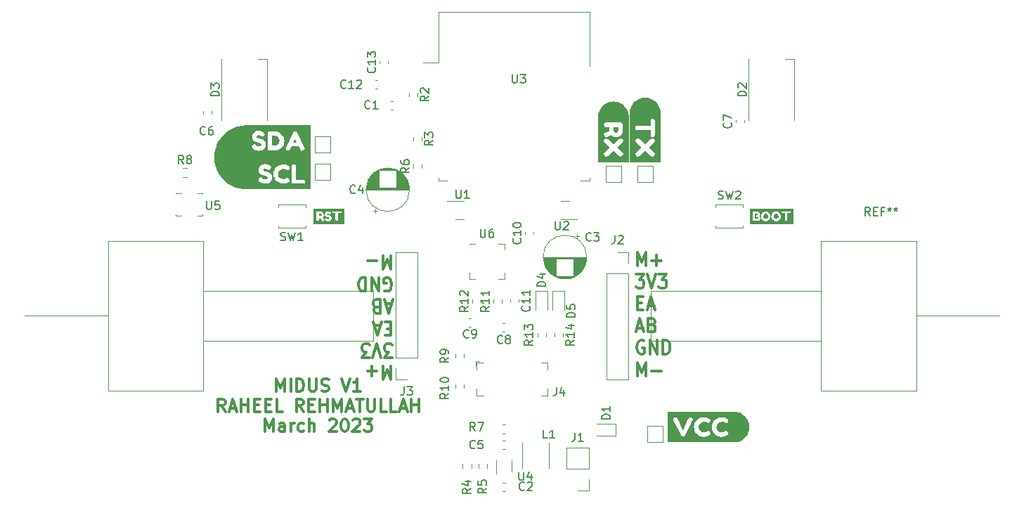
<source format=gbr>
%TF.GenerationSoftware,KiCad,Pcbnew,(6.0.9-0)*%
%TF.CreationDate,2023-03-14T17:35:55-07:00*%
%TF.ProjectId,MiniDusty,4d696e69-4475-4737-9479-2e6b69636164,rev?*%
%TF.SameCoordinates,Original*%
%TF.FileFunction,Legend,Top*%
%TF.FilePolarity,Positive*%
%FSLAX46Y46*%
G04 Gerber Fmt 4.6, Leading zero omitted, Abs format (unit mm)*
G04 Created by KiCad (PCBNEW (6.0.9-0)) date 2023-03-14 17:35:55*
%MOMM*%
%LPD*%
G01*
G04 APERTURE LIST*
%ADD10C,0.300000*%
%ADD11C,0.150000*%
%ADD12C,0.120000*%
G04 APERTURE END LIST*
D10*
X113074285Y-115103571D02*
X113074285Y-113603571D01*
X113574285Y-114675000D01*
X114074285Y-113603571D01*
X114074285Y-115103571D01*
X114788571Y-115103571D02*
X114788571Y-113603571D01*
X115502857Y-115103571D02*
X115502857Y-113603571D01*
X115860000Y-113603571D01*
X116074285Y-113675000D01*
X116217142Y-113817857D01*
X116288571Y-113960714D01*
X116360000Y-114246428D01*
X116360000Y-114460714D01*
X116288571Y-114746428D01*
X116217142Y-114889285D01*
X116074285Y-115032142D01*
X115860000Y-115103571D01*
X115502857Y-115103571D01*
X117002857Y-113603571D02*
X117002857Y-114817857D01*
X117074285Y-114960714D01*
X117145714Y-115032142D01*
X117288571Y-115103571D01*
X117574285Y-115103571D01*
X117717142Y-115032142D01*
X117788571Y-114960714D01*
X117860000Y-114817857D01*
X117860000Y-113603571D01*
X118502857Y-115032142D02*
X118717142Y-115103571D01*
X119074285Y-115103571D01*
X119217142Y-115032142D01*
X119288571Y-114960714D01*
X119360000Y-114817857D01*
X119360000Y-114675000D01*
X119288571Y-114532142D01*
X119217142Y-114460714D01*
X119074285Y-114389285D01*
X118788571Y-114317857D01*
X118645714Y-114246428D01*
X118574285Y-114175000D01*
X118502857Y-114032142D01*
X118502857Y-113889285D01*
X118574285Y-113746428D01*
X118645714Y-113675000D01*
X118788571Y-113603571D01*
X119145714Y-113603571D01*
X119360000Y-113675000D01*
X120931428Y-113603571D02*
X121431428Y-115103571D01*
X121931428Y-113603571D01*
X123217142Y-115103571D02*
X122360000Y-115103571D01*
X122788571Y-115103571D02*
X122788571Y-113603571D01*
X122645714Y-113817857D01*
X122502857Y-113960714D01*
X122360000Y-114032142D01*
X106895714Y-117518571D02*
X106395714Y-116804285D01*
X106038571Y-117518571D02*
X106038571Y-116018571D01*
X106610000Y-116018571D01*
X106752857Y-116090000D01*
X106824285Y-116161428D01*
X106895714Y-116304285D01*
X106895714Y-116518571D01*
X106824285Y-116661428D01*
X106752857Y-116732857D01*
X106610000Y-116804285D01*
X106038571Y-116804285D01*
X107467142Y-117090000D02*
X108181428Y-117090000D01*
X107324285Y-117518571D02*
X107824285Y-116018571D01*
X108324285Y-117518571D01*
X108824285Y-117518571D02*
X108824285Y-116018571D01*
X108824285Y-116732857D02*
X109681428Y-116732857D01*
X109681428Y-117518571D02*
X109681428Y-116018571D01*
X110395714Y-116732857D02*
X110895714Y-116732857D01*
X111110000Y-117518571D02*
X110395714Y-117518571D01*
X110395714Y-116018571D01*
X111110000Y-116018571D01*
X111752857Y-116732857D02*
X112252857Y-116732857D01*
X112467142Y-117518571D02*
X111752857Y-117518571D01*
X111752857Y-116018571D01*
X112467142Y-116018571D01*
X113824285Y-117518571D02*
X113110000Y-117518571D01*
X113110000Y-116018571D01*
X116324285Y-117518571D02*
X115824285Y-116804285D01*
X115467142Y-117518571D02*
X115467142Y-116018571D01*
X116038571Y-116018571D01*
X116181428Y-116090000D01*
X116252857Y-116161428D01*
X116324285Y-116304285D01*
X116324285Y-116518571D01*
X116252857Y-116661428D01*
X116181428Y-116732857D01*
X116038571Y-116804285D01*
X115467142Y-116804285D01*
X116967142Y-116732857D02*
X117467142Y-116732857D01*
X117681428Y-117518571D02*
X116967142Y-117518571D01*
X116967142Y-116018571D01*
X117681428Y-116018571D01*
X118324285Y-117518571D02*
X118324285Y-116018571D01*
X118324285Y-116732857D02*
X119181428Y-116732857D01*
X119181428Y-117518571D02*
X119181428Y-116018571D01*
X119895714Y-117518571D02*
X119895714Y-116018571D01*
X120395714Y-117090000D01*
X120895714Y-116018571D01*
X120895714Y-117518571D01*
X121538571Y-117090000D02*
X122252857Y-117090000D01*
X121395714Y-117518571D02*
X121895714Y-116018571D01*
X122395714Y-117518571D01*
X122681428Y-116018571D02*
X123538571Y-116018571D01*
X123110000Y-117518571D02*
X123110000Y-116018571D01*
X124038571Y-116018571D02*
X124038571Y-117232857D01*
X124110000Y-117375714D01*
X124181428Y-117447142D01*
X124324285Y-117518571D01*
X124610000Y-117518571D01*
X124752857Y-117447142D01*
X124824285Y-117375714D01*
X124895714Y-117232857D01*
X124895714Y-116018571D01*
X126324285Y-117518571D02*
X125610000Y-117518571D01*
X125610000Y-116018571D01*
X127538571Y-117518571D02*
X126824285Y-117518571D01*
X126824285Y-116018571D01*
X127967142Y-117090000D02*
X128681428Y-117090000D01*
X127824285Y-117518571D02*
X128324285Y-116018571D01*
X128824285Y-117518571D01*
X129324285Y-117518571D02*
X129324285Y-116018571D01*
X129324285Y-116732857D02*
X130181428Y-116732857D01*
X130181428Y-117518571D02*
X130181428Y-116018571D01*
X111717142Y-119933571D02*
X111717142Y-118433571D01*
X112217142Y-119505000D01*
X112717142Y-118433571D01*
X112717142Y-119933571D01*
X114074285Y-119933571D02*
X114074285Y-119147857D01*
X114002857Y-119005000D01*
X113860000Y-118933571D01*
X113574285Y-118933571D01*
X113431428Y-119005000D01*
X114074285Y-119862142D02*
X113931428Y-119933571D01*
X113574285Y-119933571D01*
X113431428Y-119862142D01*
X113360000Y-119719285D01*
X113360000Y-119576428D01*
X113431428Y-119433571D01*
X113574285Y-119362142D01*
X113931428Y-119362142D01*
X114074285Y-119290714D01*
X114788571Y-119933571D02*
X114788571Y-118933571D01*
X114788571Y-119219285D02*
X114860000Y-119076428D01*
X114931428Y-119005000D01*
X115074285Y-118933571D01*
X115217142Y-118933571D01*
X116360000Y-119862142D02*
X116217142Y-119933571D01*
X115931428Y-119933571D01*
X115788571Y-119862142D01*
X115717142Y-119790714D01*
X115645714Y-119647857D01*
X115645714Y-119219285D01*
X115717142Y-119076428D01*
X115788571Y-119005000D01*
X115931428Y-118933571D01*
X116217142Y-118933571D01*
X116360000Y-119005000D01*
X117002857Y-119933571D02*
X117002857Y-118433571D01*
X117645714Y-119933571D02*
X117645714Y-119147857D01*
X117574285Y-119005000D01*
X117431428Y-118933571D01*
X117217142Y-118933571D01*
X117074285Y-119005000D01*
X117002857Y-119076428D01*
X119431428Y-118576428D02*
X119502857Y-118505000D01*
X119645714Y-118433571D01*
X120002857Y-118433571D01*
X120145714Y-118505000D01*
X120217142Y-118576428D01*
X120288571Y-118719285D01*
X120288571Y-118862142D01*
X120217142Y-119076428D01*
X119360000Y-119933571D01*
X120288571Y-119933571D01*
X121217142Y-118433571D02*
X121360000Y-118433571D01*
X121502857Y-118505000D01*
X121574285Y-118576428D01*
X121645714Y-118719285D01*
X121717142Y-119005000D01*
X121717142Y-119362142D01*
X121645714Y-119647857D01*
X121574285Y-119790714D01*
X121502857Y-119862142D01*
X121360000Y-119933571D01*
X121217142Y-119933571D01*
X121074285Y-119862142D01*
X121002857Y-119790714D01*
X120931428Y-119647857D01*
X120860000Y-119362142D01*
X120860000Y-119005000D01*
X120931428Y-118719285D01*
X121002857Y-118576428D01*
X121074285Y-118505000D01*
X121217142Y-118433571D01*
X122288571Y-118576428D02*
X122360000Y-118505000D01*
X122502857Y-118433571D01*
X122860000Y-118433571D01*
X123002857Y-118505000D01*
X123074285Y-118576428D01*
X123145714Y-118719285D01*
X123145714Y-118862142D01*
X123074285Y-119076428D01*
X122217142Y-119933571D01*
X123145714Y-119933571D01*
X123645714Y-118433571D02*
X124574285Y-118433571D01*
X124074285Y-119005000D01*
X124288571Y-119005000D01*
X124431428Y-119076428D01*
X124502857Y-119147857D01*
X124574285Y-119290714D01*
X124574285Y-119647857D01*
X124502857Y-119790714D01*
X124431428Y-119862142D01*
X124288571Y-119933571D01*
X123860000Y-119933571D01*
X123717142Y-119862142D01*
X123645714Y-119790714D01*
X156557156Y-99963106D02*
X156557156Y-98312106D01*
X157057156Y-99491392D01*
X157557156Y-98312106D01*
X157557156Y-99963106D01*
X158271442Y-99334154D02*
X159414299Y-99334154D01*
X158842871Y-99963106D02*
X158842871Y-98705202D01*
X156414299Y-100970216D02*
X157342871Y-100970216D01*
X156842871Y-101599169D01*
X157057156Y-101599169D01*
X157200014Y-101677788D01*
X157271442Y-101756407D01*
X157342871Y-101913645D01*
X157342871Y-102306740D01*
X157271442Y-102463978D01*
X157200014Y-102542597D01*
X157057156Y-102621216D01*
X156628585Y-102621216D01*
X156485728Y-102542597D01*
X156414299Y-102463978D01*
X157771442Y-100970216D02*
X158271442Y-102621216D01*
X158771442Y-100970216D01*
X159128585Y-100970216D02*
X160057156Y-100970216D01*
X159557156Y-101599169D01*
X159771442Y-101599169D01*
X159914299Y-101677788D01*
X159985728Y-101756407D01*
X160057156Y-101913645D01*
X160057156Y-102306740D01*
X159985728Y-102463978D01*
X159914299Y-102542597D01*
X159771442Y-102621216D01*
X159342871Y-102621216D01*
X159200014Y-102542597D01*
X159128585Y-102463978D01*
X156557156Y-104414517D02*
X157057156Y-104414517D01*
X157271442Y-105279326D02*
X156557156Y-105279326D01*
X156557156Y-103628326D01*
X157271442Y-103628326D01*
X157842871Y-104807612D02*
X158557156Y-104807612D01*
X157700014Y-105279326D02*
X158200014Y-103628326D01*
X158700014Y-105279326D01*
X156485728Y-107465722D02*
X157200014Y-107465722D01*
X156342871Y-107937436D02*
X156842871Y-106286436D01*
X157342871Y-107937436D01*
X158342871Y-107072627D02*
X158557156Y-107151246D01*
X158628585Y-107229865D01*
X158700014Y-107387103D01*
X158700014Y-107622960D01*
X158628585Y-107780198D01*
X158557156Y-107858817D01*
X158414299Y-107937436D01*
X157842871Y-107937436D01*
X157842871Y-106286436D01*
X158342871Y-106286436D01*
X158485728Y-106365056D01*
X158557156Y-106443675D01*
X158628585Y-106600913D01*
X158628585Y-106758151D01*
X158557156Y-106915389D01*
X158485728Y-106994008D01*
X158342871Y-107072627D01*
X157842871Y-107072627D01*
X157342871Y-109023166D02*
X157200014Y-108944546D01*
X156985728Y-108944546D01*
X156771442Y-109023166D01*
X156628585Y-109180404D01*
X156557156Y-109337642D01*
X156485728Y-109652118D01*
X156485728Y-109887975D01*
X156557156Y-110202451D01*
X156628585Y-110359689D01*
X156771442Y-110516927D01*
X156985728Y-110595546D01*
X157128585Y-110595546D01*
X157342871Y-110516927D01*
X157414299Y-110438308D01*
X157414299Y-109887975D01*
X157128585Y-109887975D01*
X158057156Y-110595546D02*
X158057156Y-108944546D01*
X158914299Y-110595546D01*
X158914299Y-108944546D01*
X159628585Y-110595546D02*
X159628585Y-108944546D01*
X159985728Y-108944546D01*
X160200014Y-109023166D01*
X160342871Y-109180404D01*
X160414299Y-109337642D01*
X160485728Y-109652118D01*
X160485728Y-109887975D01*
X160414299Y-110202451D01*
X160342871Y-110359689D01*
X160200014Y-110516927D01*
X159985728Y-110595546D01*
X159628585Y-110595546D01*
X156557156Y-113253656D02*
X156557156Y-111602656D01*
X157057156Y-112781942D01*
X157557156Y-111602656D01*
X157557156Y-113253656D01*
X158271442Y-112624704D02*
X159414299Y-112624704D01*
X126875857Y-112008249D02*
X126875857Y-113659249D01*
X126375857Y-112479963D01*
X125875857Y-113659249D01*
X125875857Y-112008249D01*
X125161571Y-112637201D02*
X124018714Y-112637201D01*
X124590142Y-112008249D02*
X124590142Y-113266153D01*
X127018714Y-111001139D02*
X126090142Y-111001139D01*
X126590142Y-110372186D01*
X126375857Y-110372186D01*
X126233000Y-110293567D01*
X126161571Y-110214948D01*
X126090142Y-110057710D01*
X126090142Y-109664615D01*
X126161571Y-109507377D01*
X126233000Y-109428758D01*
X126375857Y-109350139D01*
X126804428Y-109350139D01*
X126947285Y-109428758D01*
X127018714Y-109507377D01*
X125661571Y-111001139D02*
X125161571Y-109350139D01*
X124661571Y-111001139D01*
X124304428Y-111001139D02*
X123375857Y-111001139D01*
X123875857Y-110372186D01*
X123661571Y-110372186D01*
X123518714Y-110293567D01*
X123447285Y-110214948D01*
X123375857Y-110057710D01*
X123375857Y-109664615D01*
X123447285Y-109507377D01*
X123518714Y-109428758D01*
X123661571Y-109350139D01*
X124090142Y-109350139D01*
X124233000Y-109428758D01*
X124304428Y-109507377D01*
X126875857Y-107556838D02*
X126375857Y-107556838D01*
X126161571Y-106692029D02*
X126875857Y-106692029D01*
X126875857Y-108343029D01*
X126161571Y-108343029D01*
X125590142Y-107163743D02*
X124875857Y-107163743D01*
X125733000Y-106692029D02*
X125233000Y-108343029D01*
X124733000Y-106692029D01*
X126947285Y-104505633D02*
X126233000Y-104505633D01*
X127090142Y-104033919D02*
X126590142Y-105684919D01*
X126090142Y-104033919D01*
X125090142Y-104898728D02*
X124875857Y-104820109D01*
X124804428Y-104741490D01*
X124733000Y-104584252D01*
X124733000Y-104348395D01*
X124804428Y-104191157D01*
X124875857Y-104112538D01*
X125018714Y-104033919D01*
X125590142Y-104033919D01*
X125590142Y-105684919D01*
X125090142Y-105684919D01*
X124947285Y-105606300D01*
X124875857Y-105527680D01*
X124804428Y-105370442D01*
X124804428Y-105213204D01*
X124875857Y-105055966D01*
X124947285Y-104977347D01*
X125090142Y-104898728D01*
X125590142Y-104898728D01*
X126090142Y-102948190D02*
X126233000Y-103026809D01*
X126447285Y-103026809D01*
X126661571Y-102948190D01*
X126804428Y-102790951D01*
X126875857Y-102633713D01*
X126947285Y-102319237D01*
X126947285Y-102083380D01*
X126875857Y-101768904D01*
X126804428Y-101611666D01*
X126661571Y-101454428D01*
X126447285Y-101375809D01*
X126304428Y-101375809D01*
X126090142Y-101454428D01*
X126018714Y-101533047D01*
X126018714Y-102083380D01*
X126304428Y-102083380D01*
X125375857Y-101375809D02*
X125375857Y-103026809D01*
X124518714Y-101375809D01*
X124518714Y-103026809D01*
X123804428Y-101375809D02*
X123804428Y-103026809D01*
X123447285Y-103026809D01*
X123233000Y-102948190D01*
X123090142Y-102790951D01*
X123018714Y-102633713D01*
X122947285Y-102319237D01*
X122947285Y-102083380D01*
X123018714Y-101768904D01*
X123090142Y-101611666D01*
X123233000Y-101454428D01*
X123447285Y-101375809D01*
X123804428Y-101375809D01*
X126875857Y-98717699D02*
X126875857Y-100368699D01*
X126375857Y-99189413D01*
X125875857Y-100368699D01*
X125875857Y-98717699D01*
X125161571Y-99346651D02*
X124018714Y-99346651D01*
D11*
%TO.C,C10*%
X142437142Y-96667857D02*
X142484761Y-96715476D01*
X142532380Y-96858333D01*
X142532380Y-96953571D01*
X142484761Y-97096428D01*
X142389523Y-97191666D01*
X142294285Y-97239285D01*
X142103809Y-97286904D01*
X141960952Y-97286904D01*
X141770476Y-97239285D01*
X141675238Y-97191666D01*
X141580000Y-97096428D01*
X141532380Y-96953571D01*
X141532380Y-96858333D01*
X141580000Y-96715476D01*
X141627619Y-96667857D01*
X142532380Y-95715476D02*
X142532380Y-96286904D01*
X142532380Y-96001190D02*
X141532380Y-96001190D01*
X141675238Y-96096428D01*
X141770476Y-96191666D01*
X141818095Y-96286904D01*
X141532380Y-95096428D02*
X141532380Y-95001190D01*
X141580000Y-94905952D01*
X141627619Y-94858333D01*
X141722857Y-94810714D01*
X141913333Y-94763095D01*
X142151428Y-94763095D01*
X142341904Y-94810714D01*
X142437142Y-94858333D01*
X142484761Y-94905952D01*
X142532380Y-95001190D01*
X142532380Y-95096428D01*
X142484761Y-95191666D01*
X142437142Y-95239285D01*
X142341904Y-95286904D01*
X142151428Y-95334523D01*
X141913333Y-95334523D01*
X141722857Y-95286904D01*
X141627619Y-95239285D01*
X141580000Y-95191666D01*
X141532380Y-95096428D01*
%TO.C,D4*%
X145466380Y-102426095D02*
X144466380Y-102426095D01*
X144466380Y-102188000D01*
X144514000Y-102045142D01*
X144609238Y-101949904D01*
X144704476Y-101902285D01*
X144894952Y-101854666D01*
X145037809Y-101854666D01*
X145228285Y-101902285D01*
X145323523Y-101949904D01*
X145418761Y-102045142D01*
X145466380Y-102188000D01*
X145466380Y-102426095D01*
X144799714Y-100997523D02*
X145466380Y-100997523D01*
X144418761Y-101235619D02*
X145133047Y-101473714D01*
X145133047Y-100854666D01*
%TO.C,D5*%
X149042380Y-106148095D02*
X148042380Y-106148095D01*
X148042380Y-105910000D01*
X148090000Y-105767142D01*
X148185238Y-105671904D01*
X148280476Y-105624285D01*
X148470952Y-105576666D01*
X148613809Y-105576666D01*
X148804285Y-105624285D01*
X148899523Y-105671904D01*
X148994761Y-105767142D01*
X149042380Y-105910000D01*
X149042380Y-106148095D01*
X148042380Y-104671904D02*
X148042380Y-105148095D01*
X148518571Y-105195714D01*
X148470952Y-105148095D01*
X148423333Y-105052857D01*
X148423333Y-104814761D01*
X148470952Y-104719523D01*
X148518571Y-104671904D01*
X148613809Y-104624285D01*
X148851904Y-104624285D01*
X148947142Y-104671904D01*
X148994761Y-104719523D01*
X149042380Y-104814761D01*
X149042380Y-105052857D01*
X148994761Y-105148095D01*
X148947142Y-105195714D01*
%TO.C,L1*%
X145705333Y-120721147D02*
X145229142Y-120721147D01*
X145229142Y-119721147D01*
X146562476Y-120721147D02*
X145991047Y-120721147D01*
X146276761Y-120721147D02*
X146276761Y-119721147D01*
X146181523Y-119864005D01*
X146086285Y-119959243D01*
X145991047Y-120006862D01*
%TO.C,J3*%
X128424666Y-114544380D02*
X128424666Y-115258666D01*
X128377047Y-115401523D01*
X128281809Y-115496761D01*
X128138952Y-115544380D01*
X128043714Y-115544380D01*
X128805619Y-114544380D02*
X129424666Y-114544380D01*
X129091333Y-114925333D01*
X129234190Y-114925333D01*
X129329428Y-114972952D01*
X129377047Y-115020571D01*
X129424666Y-115115809D01*
X129424666Y-115353904D01*
X129377047Y-115449142D01*
X129329428Y-115496761D01*
X129234190Y-115544380D01*
X128948476Y-115544380D01*
X128853238Y-115496761D01*
X128805619Y-115449142D01*
%TO.C,C11*%
X143519142Y-104816857D02*
X143566761Y-104864476D01*
X143614380Y-105007333D01*
X143614380Y-105102571D01*
X143566761Y-105245428D01*
X143471523Y-105340666D01*
X143376285Y-105388285D01*
X143185809Y-105435904D01*
X143042952Y-105435904D01*
X142852476Y-105388285D01*
X142757238Y-105340666D01*
X142662000Y-105245428D01*
X142614380Y-105102571D01*
X142614380Y-105007333D01*
X142662000Y-104864476D01*
X142709619Y-104816857D01*
X143614380Y-103864476D02*
X143614380Y-104435904D01*
X143614380Y-104150190D02*
X142614380Y-104150190D01*
X142757238Y-104245428D01*
X142852476Y-104340666D01*
X142900095Y-104435904D01*
X143614380Y-102912095D02*
X143614380Y-103483523D01*
X143614380Y-103197809D02*
X142614380Y-103197809D01*
X142757238Y-103293047D01*
X142852476Y-103388285D01*
X142900095Y-103483523D01*
%TO.C,C7*%
X167817142Y-82716666D02*
X167864761Y-82764285D01*
X167912380Y-82907142D01*
X167912380Y-83002380D01*
X167864761Y-83145238D01*
X167769523Y-83240476D01*
X167674285Y-83288095D01*
X167483809Y-83335714D01*
X167340952Y-83335714D01*
X167150476Y-83288095D01*
X167055238Y-83240476D01*
X166960000Y-83145238D01*
X166912380Y-83002380D01*
X166912380Y-82907142D01*
X166960000Y-82764285D01*
X167007619Y-82716666D01*
X166912380Y-82383333D02*
X166912380Y-81716666D01*
X167912380Y-82145238D01*
%TO.C,U1*%
X134726095Y-90824380D02*
X134726095Y-91633904D01*
X134773714Y-91729142D01*
X134821333Y-91776761D01*
X134916571Y-91824380D01*
X135107047Y-91824380D01*
X135202285Y-91776761D01*
X135249904Y-91729142D01*
X135297523Y-91633904D01*
X135297523Y-90824380D01*
X136297523Y-91824380D02*
X135726095Y-91824380D01*
X136011809Y-91824380D02*
X136011809Y-90824380D01*
X135916571Y-90967238D01*
X135821333Y-91062476D01*
X135726095Y-91110095D01*
%TO.C,SW1*%
X113581666Y-96884761D02*
X113724523Y-96932380D01*
X113962619Y-96932380D01*
X114057857Y-96884761D01*
X114105476Y-96837142D01*
X114153095Y-96741904D01*
X114153095Y-96646666D01*
X114105476Y-96551428D01*
X114057857Y-96503809D01*
X113962619Y-96456190D01*
X113772142Y-96408571D01*
X113676904Y-96360952D01*
X113629285Y-96313333D01*
X113581666Y-96218095D01*
X113581666Y-96122857D01*
X113629285Y-96027619D01*
X113676904Y-95980000D01*
X113772142Y-95932380D01*
X114010238Y-95932380D01*
X114153095Y-95980000D01*
X114486428Y-95932380D02*
X114724523Y-96932380D01*
X114915000Y-96218095D01*
X115105476Y-96932380D01*
X115343571Y-95932380D01*
X116248333Y-96932380D02*
X115676904Y-96932380D01*
X115962619Y-96932380D02*
X115962619Y-95932380D01*
X115867380Y-96075238D01*
X115772142Y-96170476D01*
X115676904Y-96218095D01*
%TO.C,R4*%
X136444943Y-126798551D02*
X135968753Y-127131885D01*
X136444943Y-127369980D02*
X135444943Y-127369980D01*
X135444943Y-126989027D01*
X135492563Y-126893789D01*
X135540182Y-126846170D01*
X135635420Y-126798551D01*
X135778277Y-126798551D01*
X135873515Y-126846170D01*
X135921134Y-126893789D01*
X135968753Y-126989027D01*
X135968753Y-127369980D01*
X135778277Y-125941408D02*
X136444943Y-125941408D01*
X135397324Y-126179504D02*
X136111610Y-126417599D01*
X136111610Y-125798551D01*
%TO.C,R10*%
X133802380Y-115331115D02*
X133326190Y-115664448D01*
X133802380Y-115902543D02*
X132802380Y-115902543D01*
X132802380Y-115521591D01*
X132850000Y-115426353D01*
X132897619Y-115378734D01*
X132992857Y-115331115D01*
X133135714Y-115331115D01*
X133230952Y-115378734D01*
X133278571Y-115426353D01*
X133326190Y-115521591D01*
X133326190Y-115902543D01*
X133802380Y-114378734D02*
X133802380Y-114950162D01*
X133802380Y-114664448D02*
X132802380Y-114664448D01*
X132945238Y-114759686D01*
X133040476Y-114854924D01*
X133088095Y-114950162D01*
X132802380Y-113759686D02*
X132802380Y-113664448D01*
X132850000Y-113569210D01*
X132897619Y-113521591D01*
X132992857Y-113473972D01*
X133183333Y-113426353D01*
X133421428Y-113426353D01*
X133611904Y-113473972D01*
X133707142Y-113521591D01*
X133754761Y-113569210D01*
X133802380Y-113664448D01*
X133802380Y-113759686D01*
X133754761Y-113854924D01*
X133707142Y-113902543D01*
X133611904Y-113950162D01*
X133421428Y-113997781D01*
X133183333Y-113997781D01*
X132992857Y-113950162D01*
X132897619Y-113902543D01*
X132850000Y-113854924D01*
X132802380Y-113759686D01*
%TO.C,R2*%
X131402380Y-79502666D02*
X130926190Y-79836000D01*
X131402380Y-80074095D02*
X130402380Y-80074095D01*
X130402380Y-79693142D01*
X130450000Y-79597904D01*
X130497619Y-79550285D01*
X130592857Y-79502666D01*
X130735714Y-79502666D01*
X130830952Y-79550285D01*
X130878571Y-79597904D01*
X130926190Y-79693142D01*
X130926190Y-80074095D01*
X130497619Y-79121714D02*
X130450000Y-79074095D01*
X130402380Y-78978857D01*
X130402380Y-78740761D01*
X130450000Y-78645523D01*
X130497619Y-78597904D01*
X130592857Y-78550285D01*
X130688095Y-78550285D01*
X130830952Y-78597904D01*
X131402380Y-79169333D01*
X131402380Y-78550285D01*
%TO.C,J4*%
X146780735Y-114601075D02*
X146780735Y-115315361D01*
X146733116Y-115458218D01*
X146637878Y-115553456D01*
X146495021Y-115601075D01*
X146399783Y-115601075D01*
X147685497Y-114934409D02*
X147685497Y-115601075D01*
X147447402Y-114553456D02*
X147209307Y-115267742D01*
X147828354Y-115267742D01*
%TO.C,C3*%
X150963333Y-96877142D02*
X150915714Y-96924761D01*
X150772857Y-96972380D01*
X150677619Y-96972380D01*
X150534761Y-96924761D01*
X150439523Y-96829523D01*
X150391904Y-96734285D01*
X150344285Y-96543809D01*
X150344285Y-96400952D01*
X150391904Y-96210476D01*
X150439523Y-96115238D01*
X150534761Y-96020000D01*
X150677619Y-95972380D01*
X150772857Y-95972380D01*
X150915714Y-96020000D01*
X150963333Y-96067619D01*
X151296666Y-95972380D02*
X151915714Y-95972380D01*
X151582380Y-96353333D01*
X151725238Y-96353333D01*
X151820476Y-96400952D01*
X151868095Y-96448571D01*
X151915714Y-96543809D01*
X151915714Y-96781904D01*
X151868095Y-96877142D01*
X151820476Y-96924761D01*
X151725238Y-96972380D01*
X151439523Y-96972380D01*
X151344285Y-96924761D01*
X151296666Y-96877142D01*
%TO.C,R13*%
X143942380Y-108934857D02*
X143466190Y-109268190D01*
X143942380Y-109506285D02*
X142942380Y-109506285D01*
X142942380Y-109125333D01*
X142990000Y-109030095D01*
X143037619Y-108982476D01*
X143132857Y-108934857D01*
X143275714Y-108934857D01*
X143370952Y-108982476D01*
X143418571Y-109030095D01*
X143466190Y-109125333D01*
X143466190Y-109506285D01*
X143942380Y-107982476D02*
X143942380Y-108553904D01*
X143942380Y-108268190D02*
X142942380Y-108268190D01*
X143085238Y-108363428D01*
X143180476Y-108458666D01*
X143228095Y-108553904D01*
X142942380Y-107649142D02*
X142942380Y-107030095D01*
X143323333Y-107363428D01*
X143323333Y-107220571D01*
X143370952Y-107125333D01*
X143418571Y-107077714D01*
X143513809Y-107030095D01*
X143751904Y-107030095D01*
X143847142Y-107077714D01*
X143894761Y-107125333D01*
X143942380Y-107220571D01*
X143942380Y-107506285D01*
X143894761Y-107601523D01*
X143847142Y-107649142D01*
%TO.C,J1*%
X149018666Y-120102380D02*
X149018666Y-120816666D01*
X148971047Y-120959523D01*
X148875809Y-121054761D01*
X148732952Y-121102380D01*
X148637714Y-121102380D01*
X150018666Y-121102380D02*
X149447238Y-121102380D01*
X149732952Y-121102380D02*
X149732952Y-120102380D01*
X149637714Y-120245238D01*
X149542476Y-120340476D01*
X149447238Y-120388095D01*
%TO.C,R8*%
X101877833Y-87661380D02*
X101544500Y-87185190D01*
X101306404Y-87661380D02*
X101306404Y-86661380D01*
X101687357Y-86661380D01*
X101782595Y-86709000D01*
X101830214Y-86756619D01*
X101877833Y-86851857D01*
X101877833Y-86994714D01*
X101830214Y-87089952D01*
X101782595Y-87137571D01*
X101687357Y-87185190D01*
X101306404Y-87185190D01*
X102449261Y-87089952D02*
X102354023Y-87042333D01*
X102306404Y-86994714D01*
X102258785Y-86899476D01*
X102258785Y-86851857D01*
X102306404Y-86756619D01*
X102354023Y-86709000D01*
X102449261Y-86661380D01*
X102639738Y-86661380D01*
X102734976Y-86709000D01*
X102782595Y-86756619D01*
X102830214Y-86851857D01*
X102830214Y-86899476D01*
X102782595Y-86994714D01*
X102734976Y-87042333D01*
X102639738Y-87089952D01*
X102449261Y-87089952D01*
X102354023Y-87137571D01*
X102306404Y-87185190D01*
X102258785Y-87280428D01*
X102258785Y-87470904D01*
X102306404Y-87566142D01*
X102354023Y-87613761D01*
X102449261Y-87661380D01*
X102639738Y-87661380D01*
X102734976Y-87613761D01*
X102782595Y-87566142D01*
X102830214Y-87470904D01*
X102830214Y-87280428D01*
X102782595Y-87185190D01*
X102734976Y-87137571D01*
X102639738Y-87089952D01*
%TO.C,R5*%
X138364396Y-126745963D02*
X137888206Y-127079297D01*
X138364396Y-127317392D02*
X137364396Y-127317392D01*
X137364396Y-126936439D01*
X137412016Y-126841201D01*
X137459635Y-126793582D01*
X137554873Y-126745963D01*
X137697730Y-126745963D01*
X137792968Y-126793582D01*
X137840587Y-126841201D01*
X137888206Y-126936439D01*
X137888206Y-127317392D01*
X137364396Y-125841201D02*
X137364396Y-126317392D01*
X137840587Y-126365011D01*
X137792968Y-126317392D01*
X137745349Y-126222154D01*
X137745349Y-125984058D01*
X137792968Y-125888820D01*
X137840587Y-125841201D01*
X137935825Y-125793582D01*
X138173920Y-125793582D01*
X138269158Y-125841201D01*
X138316777Y-125888820D01*
X138364396Y-125984058D01*
X138364396Y-126222154D01*
X138316777Y-126317392D01*
X138269158Y-126365011D01*
%TO.C,C6*%
X104490588Y-84103710D02*
X104442969Y-84151329D01*
X104300112Y-84198948D01*
X104204874Y-84198948D01*
X104062016Y-84151329D01*
X103966778Y-84056091D01*
X103919159Y-83960853D01*
X103871540Y-83770377D01*
X103871540Y-83627520D01*
X103919159Y-83437044D01*
X103966778Y-83341806D01*
X104062016Y-83246568D01*
X104204874Y-83198948D01*
X104300112Y-83198948D01*
X104442969Y-83246568D01*
X104490588Y-83294187D01*
X105347731Y-83198948D02*
X105157255Y-83198948D01*
X105062016Y-83246568D01*
X105014397Y-83294187D01*
X104919159Y-83437044D01*
X104871540Y-83627520D01*
X104871540Y-84008472D01*
X104919159Y-84103710D01*
X104966778Y-84151329D01*
X105062016Y-84198948D01*
X105252493Y-84198948D01*
X105347731Y-84151329D01*
X105395350Y-84103710D01*
X105442969Y-84008472D01*
X105442969Y-83770377D01*
X105395350Y-83675139D01*
X105347731Y-83627520D01*
X105252493Y-83579901D01*
X105062016Y-83579901D01*
X104966778Y-83627520D01*
X104919159Y-83675139D01*
X104871540Y-83770377D01*
%TO.C,U3*%
X141478095Y-76922380D02*
X141478095Y-77731904D01*
X141525714Y-77827142D01*
X141573333Y-77874761D01*
X141668571Y-77922380D01*
X141859047Y-77922380D01*
X141954285Y-77874761D01*
X142001904Y-77827142D01*
X142049523Y-77731904D01*
X142049523Y-76922380D01*
X142430476Y-76922380D02*
X143049523Y-76922380D01*
X142716190Y-77303333D01*
X142859047Y-77303333D01*
X142954285Y-77350952D01*
X143001904Y-77398571D01*
X143049523Y-77493809D01*
X143049523Y-77731904D01*
X143001904Y-77827142D01*
X142954285Y-77874761D01*
X142859047Y-77922380D01*
X142573333Y-77922380D01*
X142478095Y-77874761D01*
X142430476Y-77827142D01*
%TO.C,U5*%
X104648095Y-92162380D02*
X104648095Y-92971904D01*
X104695714Y-93067142D01*
X104743333Y-93114761D01*
X104838571Y-93162380D01*
X105029047Y-93162380D01*
X105124285Y-93114761D01*
X105171904Y-93067142D01*
X105219523Y-92971904D01*
X105219523Y-92162380D01*
X106171904Y-92162380D02*
X105695714Y-92162380D01*
X105648095Y-92638571D01*
X105695714Y-92590952D01*
X105790952Y-92543333D01*
X106029047Y-92543333D01*
X106124285Y-92590952D01*
X106171904Y-92638571D01*
X106219523Y-92733809D01*
X106219523Y-92971904D01*
X106171904Y-93067142D01*
X106124285Y-93114761D01*
X106029047Y-93162380D01*
X105790952Y-93162380D01*
X105695714Y-93114761D01*
X105648095Y-93067142D01*
%TO.C,D2*%
X169652380Y-79478095D02*
X168652380Y-79478095D01*
X168652380Y-79240000D01*
X168700000Y-79097142D01*
X168795238Y-79001904D01*
X168890476Y-78954285D01*
X169080952Y-78906666D01*
X169223809Y-78906666D01*
X169414285Y-78954285D01*
X169509523Y-79001904D01*
X169604761Y-79097142D01*
X169652380Y-79240000D01*
X169652380Y-79478095D01*
X168747619Y-78525714D02*
X168700000Y-78478095D01*
X168652380Y-78382857D01*
X168652380Y-78144761D01*
X168700000Y-78049523D01*
X168747619Y-78001904D01*
X168842857Y-77954285D01*
X168938095Y-77954285D01*
X169080952Y-78001904D01*
X169652380Y-78573333D01*
X169652380Y-77954285D01*
%TO.C,C13*%
X124911142Y-76080857D02*
X124958761Y-76128476D01*
X125006380Y-76271333D01*
X125006380Y-76366571D01*
X124958761Y-76509428D01*
X124863523Y-76604666D01*
X124768285Y-76652285D01*
X124577809Y-76699904D01*
X124434952Y-76699904D01*
X124244476Y-76652285D01*
X124149238Y-76604666D01*
X124054000Y-76509428D01*
X124006380Y-76366571D01*
X124006380Y-76271333D01*
X124054000Y-76128476D01*
X124101619Y-76080857D01*
X125006380Y-75128476D02*
X125006380Y-75699904D01*
X125006380Y-75414190D02*
X124006380Y-75414190D01*
X124149238Y-75509428D01*
X124244476Y-75604666D01*
X124292095Y-75699904D01*
X124006380Y-74795142D02*
X124006380Y-74176095D01*
X124387333Y-74509428D01*
X124387333Y-74366571D01*
X124434952Y-74271333D01*
X124482571Y-74223714D01*
X124577809Y-74176095D01*
X124815904Y-74176095D01*
X124911142Y-74223714D01*
X124958761Y-74271333D01*
X125006380Y-74366571D01*
X125006380Y-74652285D01*
X124958761Y-74747523D01*
X124911142Y-74795142D01*
%TO.C,C4*%
X122555333Y-91143142D02*
X122507714Y-91190761D01*
X122364857Y-91238380D01*
X122269619Y-91238380D01*
X122126761Y-91190761D01*
X122031523Y-91095523D01*
X121983904Y-91000285D01*
X121936285Y-90809809D01*
X121936285Y-90666952D01*
X121983904Y-90476476D01*
X122031523Y-90381238D01*
X122126761Y-90286000D01*
X122269619Y-90238380D01*
X122364857Y-90238380D01*
X122507714Y-90286000D01*
X122555333Y-90333619D01*
X123412476Y-90571714D02*
X123412476Y-91238380D01*
X123174380Y-90190761D02*
X122936285Y-90905047D01*
X123555333Y-90905047D01*
%TO.C,U6*%
X137648095Y-95534380D02*
X137648095Y-96343904D01*
X137695714Y-96439142D01*
X137743333Y-96486761D01*
X137838571Y-96534380D01*
X138029047Y-96534380D01*
X138124285Y-96486761D01*
X138171904Y-96439142D01*
X138219523Y-96343904D01*
X138219523Y-95534380D01*
X139124285Y-95534380D02*
X138933809Y-95534380D01*
X138838571Y-95582000D01*
X138790952Y-95629619D01*
X138695714Y-95772476D01*
X138648095Y-95962952D01*
X138648095Y-96343904D01*
X138695714Y-96439142D01*
X138743333Y-96486761D01*
X138838571Y-96534380D01*
X139029047Y-96534380D01*
X139124285Y-96486761D01*
X139171904Y-96439142D01*
X139219523Y-96343904D01*
X139219523Y-96105809D01*
X139171904Y-96010571D01*
X139124285Y-95962952D01*
X139029047Y-95915333D01*
X138838571Y-95915333D01*
X138743333Y-95962952D01*
X138695714Y-96010571D01*
X138648095Y-96105809D01*
%TO.C,R11*%
X138702380Y-104870857D02*
X138226190Y-105204190D01*
X138702380Y-105442285D02*
X137702380Y-105442285D01*
X137702380Y-105061333D01*
X137750000Y-104966095D01*
X137797619Y-104918476D01*
X137892857Y-104870857D01*
X138035714Y-104870857D01*
X138130952Y-104918476D01*
X138178571Y-104966095D01*
X138226190Y-105061333D01*
X138226190Y-105442285D01*
X138702380Y-103918476D02*
X138702380Y-104489904D01*
X138702380Y-104204190D02*
X137702380Y-104204190D01*
X137845238Y-104299428D01*
X137940476Y-104394666D01*
X137988095Y-104489904D01*
X138702380Y-102966095D02*
X138702380Y-103537523D01*
X138702380Y-103251809D02*
X137702380Y-103251809D01*
X137845238Y-103347047D01*
X137940476Y-103442285D01*
X137988095Y-103537523D01*
%TO.C,SW2*%
X166306666Y-91884761D02*
X166449523Y-91932380D01*
X166687619Y-91932380D01*
X166782857Y-91884761D01*
X166830476Y-91837142D01*
X166878095Y-91741904D01*
X166878095Y-91646666D01*
X166830476Y-91551428D01*
X166782857Y-91503809D01*
X166687619Y-91456190D01*
X166497142Y-91408571D01*
X166401904Y-91360952D01*
X166354285Y-91313333D01*
X166306666Y-91218095D01*
X166306666Y-91122857D01*
X166354285Y-91027619D01*
X166401904Y-90980000D01*
X166497142Y-90932380D01*
X166735238Y-90932380D01*
X166878095Y-90980000D01*
X167211428Y-90932380D02*
X167449523Y-91932380D01*
X167640000Y-91218095D01*
X167830476Y-91932380D01*
X168068571Y-90932380D01*
X168401904Y-91027619D02*
X168449523Y-90980000D01*
X168544761Y-90932380D01*
X168782857Y-90932380D01*
X168878095Y-90980000D01*
X168925714Y-91027619D01*
X168973333Y-91122857D01*
X168973333Y-91218095D01*
X168925714Y-91360952D01*
X168354285Y-91932380D01*
X168973333Y-91932380D01*
%TO.C,R3*%
X131910380Y-84836666D02*
X131434190Y-85170000D01*
X131910380Y-85408095D02*
X130910380Y-85408095D01*
X130910380Y-85027142D01*
X130958000Y-84931904D01*
X131005619Y-84884285D01*
X131100857Y-84836666D01*
X131243714Y-84836666D01*
X131338952Y-84884285D01*
X131386571Y-84931904D01*
X131434190Y-85027142D01*
X131434190Y-85408095D01*
X130910380Y-84503333D02*
X130910380Y-83884285D01*
X131291333Y-84217619D01*
X131291333Y-84074761D01*
X131338952Y-83979523D01*
X131386571Y-83931904D01*
X131481809Y-83884285D01*
X131719904Y-83884285D01*
X131815142Y-83931904D01*
X131862761Y-83979523D01*
X131910380Y-84074761D01*
X131910380Y-84360476D01*
X131862761Y-84455714D01*
X131815142Y-84503333D01*
%TO.C,R14*%
X148928380Y-108934857D02*
X148452190Y-109268190D01*
X148928380Y-109506285D02*
X147928380Y-109506285D01*
X147928380Y-109125333D01*
X147976000Y-109030095D01*
X148023619Y-108982476D01*
X148118857Y-108934857D01*
X148261714Y-108934857D01*
X148356952Y-108982476D01*
X148404571Y-109030095D01*
X148452190Y-109125333D01*
X148452190Y-109506285D01*
X148928380Y-107982476D02*
X148928380Y-108553904D01*
X148928380Y-108268190D02*
X147928380Y-108268190D01*
X148071238Y-108363428D01*
X148166476Y-108458666D01*
X148214095Y-108553904D01*
X148261714Y-107125333D02*
X148928380Y-107125333D01*
X147880761Y-107363428D02*
X148595047Y-107601523D01*
X148595047Y-106982476D01*
%TO.C,C1*%
X124330781Y-80950847D02*
X124283162Y-80998466D01*
X124140305Y-81046085D01*
X124045067Y-81046085D01*
X123902209Y-80998466D01*
X123806971Y-80903228D01*
X123759352Y-80807990D01*
X123711733Y-80617514D01*
X123711733Y-80474657D01*
X123759352Y-80284181D01*
X123806971Y-80188943D01*
X123902209Y-80093705D01*
X124045067Y-80046085D01*
X124140305Y-80046085D01*
X124283162Y-80093705D01*
X124330781Y-80141324D01*
X125283162Y-81046085D02*
X124711733Y-81046085D01*
X124997448Y-81046085D02*
X124997448Y-80046085D01*
X124902209Y-80188943D01*
X124806971Y-80284181D01*
X124711733Y-80331800D01*
%TO.C,C5*%
X136993333Y-121887142D02*
X136945714Y-121934761D01*
X136802857Y-121982380D01*
X136707619Y-121982380D01*
X136564761Y-121934761D01*
X136469523Y-121839523D01*
X136421904Y-121744285D01*
X136374285Y-121553809D01*
X136374285Y-121410952D01*
X136421904Y-121220476D01*
X136469523Y-121125238D01*
X136564761Y-121030000D01*
X136707619Y-120982380D01*
X136802857Y-120982380D01*
X136945714Y-121030000D01*
X136993333Y-121077619D01*
X137898095Y-120982380D02*
X137421904Y-120982380D01*
X137374285Y-121458571D01*
X137421904Y-121410952D01*
X137517142Y-121363333D01*
X137755238Y-121363333D01*
X137850476Y-121410952D01*
X137898095Y-121458571D01*
X137945714Y-121553809D01*
X137945714Y-121791904D01*
X137898095Y-121887142D01*
X137850476Y-121934761D01*
X137755238Y-121982380D01*
X137517142Y-121982380D01*
X137421904Y-121934761D01*
X137374285Y-121887142D01*
%TO.C,C9*%
X136211333Y-108555142D02*
X136163714Y-108602761D01*
X136020857Y-108650380D01*
X135925619Y-108650380D01*
X135782761Y-108602761D01*
X135687523Y-108507523D01*
X135639904Y-108412285D01*
X135592285Y-108221809D01*
X135592285Y-108078952D01*
X135639904Y-107888476D01*
X135687523Y-107793238D01*
X135782761Y-107698000D01*
X135925619Y-107650380D01*
X136020857Y-107650380D01*
X136163714Y-107698000D01*
X136211333Y-107745619D01*
X136687523Y-108650380D02*
X136878000Y-108650380D01*
X136973238Y-108602761D01*
X137020857Y-108555142D01*
X137116095Y-108412285D01*
X137163714Y-108221809D01*
X137163714Y-107840857D01*
X137116095Y-107745619D01*
X137068476Y-107698000D01*
X136973238Y-107650380D01*
X136782761Y-107650380D01*
X136687523Y-107698000D01*
X136639904Y-107745619D01*
X136592285Y-107840857D01*
X136592285Y-108078952D01*
X136639904Y-108174190D01*
X136687523Y-108221809D01*
X136782761Y-108269428D01*
X136973238Y-108269428D01*
X137068476Y-108221809D01*
X137116095Y-108174190D01*
X137163714Y-108078952D01*
%TO.C,R6*%
X129050380Y-88138666D02*
X128574190Y-88472000D01*
X129050380Y-88710095D02*
X128050380Y-88710095D01*
X128050380Y-88329142D01*
X128098000Y-88233904D01*
X128145619Y-88186285D01*
X128240857Y-88138666D01*
X128383714Y-88138666D01*
X128478952Y-88186285D01*
X128526571Y-88233904D01*
X128574190Y-88329142D01*
X128574190Y-88710095D01*
X128050380Y-87281523D02*
X128050380Y-87472000D01*
X128098000Y-87567238D01*
X128145619Y-87614857D01*
X128288476Y-87710095D01*
X128478952Y-87757714D01*
X128859904Y-87757714D01*
X128955142Y-87710095D01*
X129002761Y-87662476D01*
X129050380Y-87567238D01*
X129050380Y-87376761D01*
X129002761Y-87281523D01*
X128955142Y-87233904D01*
X128859904Y-87186285D01*
X128621809Y-87186285D01*
X128526571Y-87233904D01*
X128478952Y-87281523D01*
X128431333Y-87376761D01*
X128431333Y-87567238D01*
X128478952Y-87662476D01*
X128526571Y-87710095D01*
X128621809Y-87757714D01*
%TO.C,R9*%
X133802380Y-110998666D02*
X133326190Y-111332000D01*
X133802380Y-111570095D02*
X132802380Y-111570095D01*
X132802380Y-111189142D01*
X132850000Y-111093904D01*
X132897619Y-111046285D01*
X132992857Y-110998666D01*
X133135714Y-110998666D01*
X133230952Y-111046285D01*
X133278571Y-111093904D01*
X133326190Y-111189142D01*
X133326190Y-111570095D01*
X133802380Y-110522476D02*
X133802380Y-110332000D01*
X133754761Y-110236761D01*
X133707142Y-110189142D01*
X133564285Y-110093904D01*
X133373809Y-110046285D01*
X132992857Y-110046285D01*
X132897619Y-110093904D01*
X132850000Y-110141523D01*
X132802380Y-110236761D01*
X132802380Y-110427238D01*
X132850000Y-110522476D01*
X132897619Y-110570095D01*
X132992857Y-110617714D01*
X133230952Y-110617714D01*
X133326190Y-110570095D01*
X133373809Y-110522476D01*
X133421428Y-110427238D01*
X133421428Y-110236761D01*
X133373809Y-110141523D01*
X133326190Y-110093904D01*
X133230952Y-110046285D01*
%TO.C,C2*%
X142925243Y-126910146D02*
X142877624Y-126957765D01*
X142734767Y-127005384D01*
X142639529Y-127005384D01*
X142496671Y-126957765D01*
X142401433Y-126862527D01*
X142353814Y-126767289D01*
X142306195Y-126576813D01*
X142306195Y-126433956D01*
X142353814Y-126243480D01*
X142401433Y-126148242D01*
X142496671Y-126053004D01*
X142639529Y-126005384D01*
X142734767Y-126005384D01*
X142877624Y-126053004D01*
X142925243Y-126100623D01*
X143306195Y-126100623D02*
X143353814Y-126053004D01*
X143449052Y-126005384D01*
X143687148Y-126005384D01*
X143782386Y-126053004D01*
X143830005Y-126100623D01*
X143877624Y-126195861D01*
X143877624Y-126291099D01*
X143830005Y-126433956D01*
X143258576Y-127005384D01*
X143877624Y-127005384D01*
%TO.C,C8*%
X140282654Y-109230116D02*
X140235035Y-109277735D01*
X140092178Y-109325354D01*
X139996940Y-109325354D01*
X139854082Y-109277735D01*
X139758844Y-109182497D01*
X139711225Y-109087259D01*
X139663606Y-108896783D01*
X139663606Y-108753926D01*
X139711225Y-108563450D01*
X139758844Y-108468212D01*
X139854082Y-108372974D01*
X139996940Y-108325354D01*
X140092178Y-108325354D01*
X140235035Y-108372974D01*
X140282654Y-108420593D01*
X140854082Y-108753926D02*
X140758844Y-108706307D01*
X140711225Y-108658688D01*
X140663606Y-108563450D01*
X140663606Y-108515831D01*
X140711225Y-108420593D01*
X140758844Y-108372974D01*
X140854082Y-108325354D01*
X141044559Y-108325354D01*
X141139797Y-108372974D01*
X141187416Y-108420593D01*
X141235035Y-108515831D01*
X141235035Y-108563450D01*
X141187416Y-108658688D01*
X141139797Y-108706307D01*
X141044559Y-108753926D01*
X140854082Y-108753926D01*
X140758844Y-108801545D01*
X140711225Y-108849164D01*
X140663606Y-108944402D01*
X140663606Y-109134878D01*
X140711225Y-109230116D01*
X140758844Y-109277735D01*
X140854082Y-109325354D01*
X141044559Y-109325354D01*
X141139797Y-109277735D01*
X141187416Y-109230116D01*
X141235035Y-109134878D01*
X141235035Y-108944402D01*
X141187416Y-108849164D01*
X141139797Y-108801545D01*
X141044559Y-108753926D01*
%TO.C,REF\u002A\u002A*%
X184574666Y-93924380D02*
X184241333Y-93448190D01*
X184003238Y-93924380D02*
X184003238Y-92924380D01*
X184384190Y-92924380D01*
X184479428Y-92972000D01*
X184527047Y-93019619D01*
X184574666Y-93114857D01*
X184574666Y-93257714D01*
X184527047Y-93352952D01*
X184479428Y-93400571D01*
X184384190Y-93448190D01*
X184003238Y-93448190D01*
X185003238Y-93400571D02*
X185336571Y-93400571D01*
X185479428Y-93924380D02*
X185003238Y-93924380D01*
X185003238Y-92924380D01*
X185479428Y-92924380D01*
X186241333Y-93400571D02*
X185908000Y-93400571D01*
X185908000Y-93924380D02*
X185908000Y-92924380D01*
X186384190Y-92924380D01*
X186908000Y-92924380D02*
X186908000Y-93162476D01*
X186669904Y-93067238D02*
X186908000Y-93162476D01*
X187146095Y-93067238D01*
X186765142Y-93352952D02*
X186908000Y-93162476D01*
X187050857Y-93352952D01*
X187669904Y-92924380D02*
X187669904Y-93162476D01*
X187431809Y-93067238D02*
X187669904Y-93162476D01*
X187908000Y-93067238D01*
X187527047Y-93352952D02*
X187669904Y-93162476D01*
X187812761Y-93352952D01*
%TO.C,U2*%
X146666095Y-94624380D02*
X146666095Y-95433904D01*
X146713714Y-95529142D01*
X146761333Y-95576761D01*
X146856571Y-95624380D01*
X147047047Y-95624380D01*
X147142285Y-95576761D01*
X147189904Y-95529142D01*
X147237523Y-95433904D01*
X147237523Y-94624380D01*
X147666095Y-94719619D02*
X147713714Y-94672000D01*
X147808952Y-94624380D01*
X148047047Y-94624380D01*
X148142285Y-94672000D01*
X148189904Y-94719619D01*
X148237523Y-94814857D01*
X148237523Y-94910095D01*
X148189904Y-95052952D01*
X147618476Y-95624380D01*
X148237523Y-95624380D01*
%TO.C,D3*%
X106152380Y-79478095D02*
X105152380Y-79478095D01*
X105152380Y-79240000D01*
X105200000Y-79097142D01*
X105295238Y-79001904D01*
X105390476Y-78954285D01*
X105580952Y-78906666D01*
X105723809Y-78906666D01*
X105914285Y-78954285D01*
X106009523Y-79001904D01*
X106104761Y-79097142D01*
X106152380Y-79240000D01*
X106152380Y-79478095D01*
X105152380Y-78573333D02*
X105152380Y-77954285D01*
X105533333Y-78287619D01*
X105533333Y-78144761D01*
X105580952Y-78049523D01*
X105628571Y-78001904D01*
X105723809Y-77954285D01*
X105961904Y-77954285D01*
X106057142Y-78001904D01*
X106104761Y-78049523D01*
X106152380Y-78144761D01*
X106152380Y-78430476D01*
X106104761Y-78525714D01*
X106057142Y-78573333D01*
%TO.C,D1*%
X153271429Y-118420016D02*
X152271429Y-118420016D01*
X152271429Y-118181921D01*
X152319049Y-118039063D01*
X152414287Y-117943825D01*
X152509525Y-117896206D01*
X152700001Y-117848587D01*
X152842858Y-117848587D01*
X153033334Y-117896206D01*
X153128572Y-117943825D01*
X153223810Y-118039063D01*
X153271429Y-118181921D01*
X153271429Y-118420016D01*
X153271429Y-116896206D02*
X153271429Y-117467635D01*
X153271429Y-117181921D02*
X152271429Y-117181921D01*
X152414287Y-117277159D01*
X152509525Y-117372397D01*
X152557144Y-117467635D01*
%TO.C,U4*%
X142277417Y-124795865D02*
X142277417Y-125605389D01*
X142325036Y-125700627D01*
X142372655Y-125748246D01*
X142467893Y-125795865D01*
X142658369Y-125795865D01*
X142753607Y-125748246D01*
X142801226Y-125700627D01*
X142848845Y-125605389D01*
X142848845Y-124795865D01*
X143753607Y-125129199D02*
X143753607Y-125795865D01*
X143515512Y-124748246D02*
X143277417Y-125462532D01*
X143896464Y-125462532D01*
%TO.C,R7*%
X136993333Y-119832380D02*
X136660000Y-119356190D01*
X136421904Y-119832380D02*
X136421904Y-118832380D01*
X136802857Y-118832380D01*
X136898095Y-118880000D01*
X136945714Y-118927619D01*
X136993333Y-119022857D01*
X136993333Y-119165714D01*
X136945714Y-119260952D01*
X136898095Y-119308571D01*
X136802857Y-119356190D01*
X136421904Y-119356190D01*
X137326666Y-118832380D02*
X137993333Y-118832380D01*
X137564761Y-119832380D01*
%TO.C,C12*%
X121401707Y-78479240D02*
X121354088Y-78526859D01*
X121211231Y-78574478D01*
X121115993Y-78574478D01*
X120973136Y-78526859D01*
X120877898Y-78431621D01*
X120830279Y-78336383D01*
X120782660Y-78145907D01*
X120782660Y-78003050D01*
X120830279Y-77812574D01*
X120877898Y-77717336D01*
X120973136Y-77622098D01*
X121115993Y-77574478D01*
X121211231Y-77574478D01*
X121354088Y-77622098D01*
X121401707Y-77669717D01*
X122354088Y-78574478D02*
X121782660Y-78574478D01*
X122068374Y-78574478D02*
X122068374Y-77574478D01*
X121973136Y-77717336D01*
X121877898Y-77812574D01*
X121782660Y-77860193D01*
X122735041Y-77669717D02*
X122782660Y-77622098D01*
X122877898Y-77574478D01*
X123115993Y-77574478D01*
X123211231Y-77622098D01*
X123258850Y-77669717D01*
X123306469Y-77764955D01*
X123306469Y-77860193D01*
X123258850Y-78003050D01*
X122687422Y-78574478D01*
X123306469Y-78574478D01*
%TO.C,R12*%
X136162380Y-104870857D02*
X135686190Y-105204190D01*
X136162380Y-105442285D02*
X135162380Y-105442285D01*
X135162380Y-105061333D01*
X135210000Y-104966095D01*
X135257619Y-104918476D01*
X135352857Y-104870857D01*
X135495714Y-104870857D01*
X135590952Y-104918476D01*
X135638571Y-104966095D01*
X135686190Y-105061333D01*
X135686190Y-105442285D01*
X136162380Y-103918476D02*
X136162380Y-104489904D01*
X136162380Y-104204190D02*
X135162380Y-104204190D01*
X135305238Y-104299428D01*
X135400476Y-104394666D01*
X135448095Y-104489904D01*
X135257619Y-103537523D02*
X135210000Y-103489904D01*
X135162380Y-103394666D01*
X135162380Y-103156571D01*
X135210000Y-103061333D01*
X135257619Y-103013714D01*
X135352857Y-102966095D01*
X135448095Y-102966095D01*
X135590952Y-103013714D01*
X136162380Y-103585142D01*
X136162380Y-102966095D01*
%TO.C,J2*%
X153824666Y-96304380D02*
X153824666Y-97018666D01*
X153777047Y-97161523D01*
X153681809Y-97256761D01*
X153538952Y-97304380D01*
X153443714Y-97304380D01*
X154253238Y-96399619D02*
X154300857Y-96352000D01*
X154396095Y-96304380D01*
X154634190Y-96304380D01*
X154729428Y-96352000D01*
X154777047Y-96399619D01*
X154824666Y-96494857D01*
X154824666Y-96590095D01*
X154777047Y-96732952D01*
X154205619Y-97304380D01*
X154824666Y-97304380D01*
D12*
%TO.C,C10*%
X143000000Y-96165580D02*
X143000000Y-95884420D01*
X144020000Y-96165580D02*
X144020000Y-95884420D01*
%TO.C,D4*%
X145749000Y-105282000D02*
X145749000Y-102997000D01*
X144279000Y-102997000D02*
X144279000Y-105282000D01*
X145749000Y-102997000D02*
X144279000Y-102997000D01*
%TO.C,D5*%
X147781000Y-105282000D02*
X147781000Y-102997000D01*
X146311000Y-102997000D02*
X146311000Y-105282000D01*
X147781000Y-102997000D02*
X146311000Y-102997000D01*
%TO.C,L1*%
X142672000Y-124300000D02*
X142672000Y-121300000D01*
X145872000Y-124300000D02*
X145872000Y-121300000D01*
%TO.C,J3*%
X130088000Y-111052000D02*
X127428000Y-111052000D01*
X127428000Y-113652000D02*
X127428000Y-112322000D01*
X127428000Y-111052000D02*
X127428000Y-98292000D01*
X130088000Y-111052000D02*
X130088000Y-98292000D01*
X128758000Y-113652000D02*
X127428000Y-113652000D01*
X130088000Y-98292000D02*
X127428000Y-98292000D01*
%TO.C,C11*%
X141222000Y-104033420D02*
X141222000Y-104314580D01*
X142242000Y-104033420D02*
X142242000Y-104314580D01*
%TO.C,C7*%
X168380000Y-82690580D02*
X168380000Y-82409420D01*
X169400000Y-82690580D02*
X169400000Y-82409420D01*
%TO.C,U1*%
X133608000Y-92152000D02*
X135608000Y-92152000D01*
X135608000Y-94392000D02*
X134608000Y-94392000D01*
%TO.C,SW1*%
X113265000Y-95380000D02*
X113265000Y-95080000D01*
X116565000Y-95380000D02*
X113265000Y-95380000D01*
X116565000Y-95080000D02*
X116565000Y-95380000D01*
X116565000Y-92580000D02*
X113265000Y-92580000D01*
X113265000Y-92580000D02*
X113265000Y-92880000D01*
X116565000Y-92880000D02*
X116565000Y-92580000D01*
%TO.C,R4*%
X136539500Y-123832742D02*
X136539500Y-124307258D01*
X135494500Y-123832742D02*
X135494500Y-124307258D01*
%TO.C,REF\u002A\u002A*%
X97008000Y-114972000D02*
X92758000Y-114972000D01*
X92758000Y-105972000D02*
X82758000Y-105972000D01*
X92758000Y-114972000D02*
X92758000Y-96972000D01*
X92758000Y-96972000D02*
X104258000Y-96972000D01*
X97008000Y-114972000D02*
X104258000Y-114972000D01*
X104258000Y-96972000D02*
X104258000Y-114972000D01*
X104258000Y-102972000D02*
X124758000Y-102972000D01*
X124758000Y-102972000D02*
X124758000Y-108972000D01*
X124758000Y-108972000D02*
X104258000Y-108972000D01*
X104258000Y-108972000D02*
X104258000Y-102972000D01*
%TO.C,R10*%
X135630500Y-114213742D02*
X135630500Y-114688258D01*
X134585500Y-114213742D02*
X134585500Y-114688258D01*
%TO.C,R2*%
X130042500Y-79098742D02*
X130042500Y-79573258D01*
X128997500Y-79098742D02*
X128997500Y-79573258D01*
%TO.C,kibuzzard-640F60C6*%
G36*
X117549083Y-93049990D02*
G01*
X121210917Y-93049990D01*
X121210917Y-94910010D01*
X117549083Y-94910010D01*
X117549083Y-94420531D01*
X117879812Y-94420531D01*
X117889337Y-94503081D01*
X117931406Y-94547134D01*
X118019512Y-94561819D01*
X118101269Y-94551103D01*
X118143337Y-94518956D01*
X118158419Y-94476888D01*
X118160800Y-94422119D01*
X118160800Y-94242731D01*
X118360825Y-94242731D01*
X118410037Y-94239556D01*
X118471774Y-94385783D01*
X118513049Y-94481562D01*
X118533862Y-94526894D01*
X118563231Y-94557850D01*
X118614031Y-94572931D01*
X118695787Y-94550706D01*
X118769606Y-94504669D01*
X118794212Y-94449106D01*
X118770400Y-94366556D01*
X118744917Y-94308613D01*
X118857712Y-94308613D01*
X118898987Y-94399894D01*
X118913275Y-94417356D01*
X118959312Y-94465775D01*
X119030750Y-94515781D01*
X119138700Y-94561025D01*
X119207359Y-94574717D01*
X119279987Y-94579281D01*
X119375414Y-94569933D01*
X119466960Y-94541887D01*
X119554625Y-94495144D01*
X119614950Y-94443352D01*
X119662575Y-94373700D01*
X119693531Y-94288967D01*
X119703850Y-94191931D01*
X119693730Y-94096880D01*
X119663369Y-94018100D01*
X119617927Y-93957973D01*
X119562562Y-93918881D01*
X119499459Y-93892489D01*
X119430800Y-93870462D01*
X119362141Y-93853198D01*
X119299037Y-93841094D01*
X119198231Y-93804581D01*
X119157750Y-93733937D01*
X119191881Y-93665675D01*
X119277606Y-93641069D01*
X119362537Y-93661706D01*
X119387144Y-93682344D01*
X119405400Y-93698219D01*
X119487950Y-93729969D01*
X119544306Y-93710125D01*
X119599075Y-93650594D01*
X119637175Y-93563281D01*
X119605036Y-93512481D01*
X119767350Y-93512481D01*
X119775287Y-93579156D01*
X119807037Y-93616462D01*
X119881650Y-93628369D01*
X120186450Y-93628369D01*
X120186450Y-94425294D01*
X120188831Y-94480062D01*
X120203119Y-94521338D01*
X120244394Y-94553881D01*
X120322975Y-94563406D01*
X120402350Y-94553881D01*
X120444419Y-94521338D01*
X120458706Y-94480856D01*
X120461087Y-94426881D01*
X120461087Y-93628369D01*
X120764300Y-93628369D01*
X120845263Y-93614081D01*
X120872250Y-93579950D01*
X120880188Y-93514069D01*
X120872250Y-93447394D01*
X120840500Y-93410088D01*
X120765887Y-93398181D01*
X119883238Y-93398181D01*
X119802275Y-93412469D01*
X119775287Y-93446600D01*
X119767350Y-93512481D01*
X119605036Y-93512481D01*
X119587962Y-93485494D01*
X119548275Y-93455331D01*
X119439531Y-93405325D01*
X119356783Y-93386870D01*
X119265700Y-93380719D01*
X119154487Y-93392272D01*
X119060031Y-93426933D01*
X118982331Y-93484700D01*
X118924564Y-93557990D01*
X118889903Y-93639217D01*
X118878350Y-93728381D01*
X118888470Y-93822639D01*
X118918831Y-93902212D01*
X118964273Y-93964720D01*
X119019637Y-94007781D01*
X119082344Y-94038936D01*
X119149812Y-94065725D01*
X119217281Y-94086958D01*
X119279987Y-94101444D01*
X119380794Y-94137163D01*
X119421275Y-94198281D01*
X119404871Y-94265309D01*
X119355658Y-94305526D01*
X119273637Y-94318931D01*
X119197437Y-94294325D01*
X119133937Y-94242731D01*
X119063294Y-94183200D01*
X119010112Y-94163356D01*
X118925975Y-94201456D01*
X118874778Y-94261583D01*
X118857712Y-94308613D01*
X118744917Y-94308613D01*
X118725950Y-94265485D01*
X118689967Y-94182406D01*
X118662450Y-94117319D01*
X118728596Y-94033005D01*
X118768283Y-93934580D01*
X118781512Y-93822044D01*
X118771194Y-93723619D01*
X118740237Y-93634719D01*
X118693406Y-93559312D01*
X118635462Y-93501369D01*
X118546739Y-93444924D01*
X118456251Y-93411058D01*
X118364000Y-93399769D01*
X118021100Y-93399769D01*
X117939344Y-93410484D01*
X117897275Y-93442631D01*
X117882194Y-93484700D01*
X117879812Y-93539469D01*
X117879812Y-94420531D01*
X117549083Y-94420531D01*
X117549083Y-93049990D01*
G37*
G36*
X118456075Y-93716475D02*
G01*
X118502112Y-93822044D01*
X118456075Y-93926819D01*
X118364000Y-93961744D01*
X118160800Y-93961744D01*
X118160800Y-93680756D01*
X118360825Y-93680756D01*
X118456075Y-93716475D01*
G37*
%TO.C,J4*%
X137188000Y-115646000D02*
X137988000Y-115646000D01*
X145728000Y-111606000D02*
X145728000Y-112506000D01*
X137038000Y-111456000D02*
X137038000Y-111956000D01*
X137188000Y-111606000D02*
X137188000Y-112506000D01*
X137188000Y-115646000D02*
X137188000Y-114746000D01*
X137038000Y-111456000D02*
X137538000Y-111456000D01*
X145728000Y-115646000D02*
X144928000Y-115646000D01*
X145728000Y-115646000D02*
X145728000Y-114746000D01*
X145728000Y-111606000D02*
X144928000Y-111606000D01*
X137188000Y-111606000D02*
X137988000Y-111606000D01*
%TO.C,C3*%
X149251000Y-101065888D02*
X148848000Y-101065888D01*
X146768000Y-99985888D02*
X145460000Y-99985888D01*
X146768000Y-99705888D02*
X145353000Y-99705888D01*
X146768000Y-100385888D02*
X145686000Y-100385888D01*
X150344000Y-99384888D02*
X148848000Y-99384888D01*
X146768000Y-101105888D02*
X146425000Y-101105888D01*
X146768000Y-99224888D02*
X145247000Y-99224888D01*
X149059000Y-101185888D02*
X148848000Y-101185888D01*
X146768000Y-100985888D02*
X146254000Y-100985888D01*
X149812000Y-100545888D02*
X148848000Y-100545888D01*
X146768000Y-99424888D02*
X145280000Y-99424888D01*
X150190000Y-99905888D02*
X148848000Y-99905888D01*
X146768000Y-99825888D02*
X145394000Y-99825888D01*
X149551000Y-100825888D02*
X148848000Y-100825888D01*
X149413000Y-100945888D02*
X148848000Y-100945888D01*
X150388000Y-98944888D02*
X145228000Y-98944888D01*
X150381000Y-99104888D02*
X145235000Y-99104888D01*
X146768000Y-100425888D02*
X145713000Y-100425888D01*
X150336000Y-99424888D02*
X148848000Y-99424888D01*
X146768000Y-100025888D02*
X145479000Y-100025888D01*
X148326000Y-101465888D02*
X147290000Y-101465888D01*
X146768000Y-100465888D02*
X145743000Y-100465888D01*
X150364000Y-99264888D02*
X148848000Y-99264888D01*
X146768000Y-101025888D02*
X146308000Y-101025888D01*
X146768000Y-99304888D02*
X145258000Y-99304888D01*
X146768000Y-100225888D02*
X145584000Y-100225888D01*
X148819000Y-101305888D02*
X146797000Y-101305888D01*
X146768000Y-99745888D02*
X145366000Y-99745888D01*
X149779000Y-100585888D02*
X148848000Y-100585888D01*
X146768000Y-99504888D02*
X145297000Y-99504888D01*
X146768000Y-100305888D02*
X145633000Y-100305888D01*
X150008000Y-100265888D02*
X148848000Y-100265888D01*
X148906000Y-101265888D02*
X146710000Y-101265888D01*
X149930000Y-100385888D02*
X148848000Y-100385888D01*
X149593000Y-100785888D02*
X148848000Y-100785888D01*
X146768000Y-100145888D02*
X145540000Y-100145888D01*
X146768000Y-99344888D02*
X145265000Y-99344888D01*
X150319000Y-99504888D02*
X148848000Y-99504888D01*
X149873000Y-100465888D02*
X148848000Y-100465888D01*
X150055000Y-100185888D02*
X148848000Y-100185888D01*
X146768000Y-101145888D02*
X146489000Y-101145888D01*
X149362000Y-100985888D02*
X148848000Y-100985888D01*
X146768000Y-100265888D02*
X145608000Y-100265888D01*
X146768000Y-99264888D02*
X145252000Y-99264888D01*
X146768000Y-100185888D02*
X145561000Y-100185888D01*
X150206000Y-99865888D02*
X148848000Y-99865888D01*
X146768000Y-100945888D02*
X146203000Y-100945888D01*
X146768000Y-99665888D02*
X145340000Y-99665888D01*
X146768000Y-100665888D02*
X145907000Y-100665888D01*
X146768000Y-100345888D02*
X145659000Y-100345888D01*
X146768000Y-99144888D02*
X145239000Y-99144888D01*
X146768000Y-100785888D02*
X146023000Y-100785888D01*
X146768000Y-99625888D02*
X145328000Y-99625888D01*
X146768000Y-99384888D02*
X145272000Y-99384888D01*
X146768000Y-99865888D02*
X145410000Y-99865888D01*
X149634000Y-100745888D02*
X148848000Y-100745888D01*
X146768000Y-101065888D02*
X146365000Y-101065888D01*
X149283000Y-96100113D02*
X149283000Y-96600113D01*
X146768000Y-99785888D02*
X145380000Y-99785888D01*
X150388000Y-98904888D02*
X145228000Y-98904888D01*
X150222000Y-99825888D02*
X148848000Y-99825888D01*
X149507000Y-100865888D02*
X148848000Y-100865888D01*
X150387000Y-98984888D02*
X145229000Y-98984888D01*
X150351000Y-99344888D02*
X148848000Y-99344888D01*
X149308000Y-101025888D02*
X148848000Y-101025888D01*
X150076000Y-100145888D02*
X148848000Y-100145888D01*
X149127000Y-101145888D02*
X148848000Y-101145888D01*
X146768000Y-99464888D02*
X145288000Y-99464888D01*
X149533000Y-96350113D02*
X149033000Y-96350113D01*
X146768000Y-100505888D02*
X145773000Y-100505888D01*
X150118000Y-100065888D02*
X148848000Y-100065888D01*
X148613000Y-101385888D02*
X147003000Y-101385888D01*
X146768000Y-99905888D02*
X145426000Y-99905888D01*
X150386000Y-99024888D02*
X145230000Y-99024888D01*
X149983000Y-100305888D02*
X148848000Y-100305888D01*
X148986000Y-101225888D02*
X146630000Y-101225888D01*
X150328000Y-99464888D02*
X148848000Y-99464888D01*
X146768000Y-100105888D02*
X145518000Y-100105888D01*
X150032000Y-100225888D02*
X148848000Y-100225888D01*
X149191000Y-101105888D02*
X148848000Y-101105888D01*
X146768000Y-100865888D02*
X146109000Y-100865888D01*
X146768000Y-100905888D02*
X146155000Y-100905888D01*
X146768000Y-100625888D02*
X145871000Y-100625888D01*
X150137000Y-100025888D02*
X148848000Y-100025888D01*
X149843000Y-100505888D02*
X148848000Y-100505888D01*
X149709000Y-100665888D02*
X148848000Y-100665888D01*
X146768000Y-99584888D02*
X145317000Y-99584888D01*
X150098000Y-100105888D02*
X148848000Y-100105888D01*
X150369000Y-99224888D02*
X148848000Y-99224888D01*
X146768000Y-101185888D02*
X146557000Y-101185888D01*
X150373000Y-99184888D02*
X148848000Y-99184888D01*
X149461000Y-100905888D02*
X148848000Y-100905888D01*
X146768000Y-99184888D02*
X145243000Y-99184888D01*
X149957000Y-100345888D02*
X148848000Y-100345888D01*
X146768000Y-100065888D02*
X145498000Y-100065888D01*
X150236000Y-99785888D02*
X148848000Y-99785888D01*
X149903000Y-100425888D02*
X148848000Y-100425888D01*
X150250000Y-99745888D02*
X148848000Y-99745888D01*
X148092000Y-101505888D02*
X147524000Y-101505888D01*
X150309000Y-99544888D02*
X148848000Y-99544888D01*
X150263000Y-99705888D02*
X148848000Y-99705888D01*
X149745000Y-100625888D02*
X148848000Y-100625888D01*
X150384000Y-99064888D02*
X145232000Y-99064888D01*
X150173000Y-99945888D02*
X148848000Y-99945888D01*
X146768000Y-100585888D02*
X145837000Y-100585888D01*
X150156000Y-99985888D02*
X148848000Y-99985888D01*
X146768000Y-99945888D02*
X145443000Y-99945888D01*
X150377000Y-99144888D02*
X148848000Y-99144888D01*
X146768000Y-100705888D02*
X145944000Y-100705888D01*
X150276000Y-99665888D02*
X148848000Y-99665888D01*
X150288000Y-99625888D02*
X148848000Y-99625888D01*
X146768000Y-99544888D02*
X145307000Y-99544888D01*
X146768000Y-100825888D02*
X146065000Y-100825888D01*
X150299000Y-99584888D02*
X148848000Y-99584888D01*
X146768000Y-100545888D02*
X145804000Y-100545888D01*
X148485000Y-101425888D02*
X147131000Y-101425888D01*
X148723000Y-101345888D02*
X146893000Y-101345888D01*
X150358000Y-99304888D02*
X148848000Y-99304888D01*
X149672000Y-100705888D02*
X148848000Y-100705888D01*
X146768000Y-100745888D02*
X145982000Y-100745888D01*
X150428000Y-98904888D02*
G75*
G03*
X150428000Y-98904888I-2620000J0D01*
G01*
%TO.C,R13*%
X144491500Y-108054742D02*
X144491500Y-108529258D01*
X145536500Y-108054742D02*
X145536500Y-108529258D01*
%TO.C,J1*%
X148022000Y-124451000D02*
X148022000Y-121851000D01*
X150682000Y-127051000D02*
X149352000Y-127051000D01*
X150682000Y-125721000D02*
X150682000Y-127051000D01*
X150682000Y-121851000D02*
X148022000Y-121851000D01*
X150682000Y-124451000D02*
X150682000Y-121851000D01*
X150682000Y-124451000D02*
X148022000Y-124451000D01*
%TO.C,R8*%
X102281758Y-88210500D02*
X101807242Y-88210500D01*
X102281758Y-89255500D02*
X101807242Y-89255500D01*
%TO.C,R5*%
X137399500Y-124307258D02*
X137399500Y-123832742D01*
X138444500Y-124307258D02*
X138444500Y-123832742D01*
%TO.C,C6*%
X104243727Y-81332893D02*
X104243727Y-81614053D01*
X105263727Y-81332893D02*
X105263727Y-81614053D01*
%TO.C,U3*%
X150832000Y-89338000D02*
X150832000Y-89638000D01*
X132592000Y-89658000D02*
X133612000Y-89658000D01*
X132592000Y-69418000D02*
X150832000Y-69418000D01*
X150832000Y-69418000D02*
X150832000Y-75938000D01*
X132592000Y-69418000D02*
X132592000Y-75438000D01*
X132592000Y-75438000D02*
X130712000Y-75438000D01*
X149712000Y-89658000D02*
X150832000Y-89658000D01*
X132592000Y-89338000D02*
X132592000Y-89658000D01*
%TO.C,U5*%
X101592500Y-93903000D02*
X100942500Y-93903000D01*
X104162500Y-91183000D02*
X104162500Y-91333000D01*
X103512500Y-91183000D02*
X104162500Y-91183000D01*
X103512500Y-93903000D02*
X104162500Y-93903000D01*
X104162500Y-93903000D02*
X104162500Y-93753000D01*
X100942500Y-93903000D02*
X100942500Y-93753000D01*
X101592500Y-91183000D02*
X100942500Y-91183000D01*
%TO.C,D2*%
X169950000Y-82390000D02*
X169950000Y-75090000D01*
X175450000Y-75090000D02*
X174300000Y-75090000D01*
X175450000Y-82390000D02*
X175450000Y-75090000D01*
%TO.C,C13*%
X125474000Y-75578580D02*
X125474000Y-75297420D01*
X126494000Y-75578580D02*
X126494000Y-75297420D01*
%TO.C,C4*%
X127512000Y-89585000D02*
X128762000Y-89585000D01*
X123929000Y-90346000D02*
X125432000Y-90346000D01*
X123911000Y-90466000D02*
X125432000Y-90466000D01*
X127512000Y-90186000D02*
X128983000Y-90186000D01*
X124377000Y-89265000D02*
X125432000Y-89265000D01*
X124407000Y-89225000D02*
X125432000Y-89225000D01*
X124124000Y-89705000D02*
X125432000Y-89705000D01*
X124687000Y-88905000D02*
X125432000Y-88905000D01*
X123892000Y-90786000D02*
X129052000Y-90786000D01*
X127512000Y-89185000D02*
X128507000Y-89185000D01*
X127512000Y-90025000D02*
X128940000Y-90025000D01*
X124107000Y-89745000D02*
X125432000Y-89745000D01*
X127512000Y-90306000D02*
X129008000Y-90306000D01*
X127512000Y-89065000D02*
X128409000Y-89065000D01*
X125667000Y-88305000D02*
X127277000Y-88305000D01*
X127512000Y-89985000D02*
X128927000Y-89985000D01*
X124972000Y-88665000D02*
X125432000Y-88665000D01*
X124004000Y-90025000D02*
X125432000Y-90025000D01*
X127512000Y-89025000D02*
X128373000Y-89025000D01*
X123899000Y-90586000D02*
X129045000Y-90586000D01*
X127512000Y-90106000D02*
X128963000Y-90106000D01*
X123936000Y-90306000D02*
X125432000Y-90306000D01*
X127512000Y-88825000D02*
X128171000Y-88825000D01*
X123981000Y-90106000D02*
X125432000Y-90106000D01*
X124437000Y-89185000D02*
X125432000Y-89185000D01*
X124997000Y-93590775D02*
X124997000Y-93090775D01*
X124204000Y-89545000D02*
X125432000Y-89545000D01*
X123944000Y-90266000D02*
X125432000Y-90266000D01*
X127512000Y-88665000D02*
X127972000Y-88665000D01*
X127512000Y-88905000D02*
X128257000Y-88905000D01*
X124058000Y-89865000D02*
X125432000Y-89865000D01*
X124297000Y-89385000D02*
X125432000Y-89385000D01*
X127512000Y-89905000D02*
X128900000Y-89905000D01*
X125089000Y-88585000D02*
X125432000Y-88585000D01*
X124350000Y-89305000D02*
X125432000Y-89305000D01*
X127512000Y-88745000D02*
X128077000Y-88745000D01*
X123961000Y-90186000D02*
X125432000Y-90186000D01*
X123952000Y-90226000D02*
X125432000Y-90226000D01*
X127512000Y-90466000D02*
X129033000Y-90466000D01*
X124535000Y-89065000D02*
X125432000Y-89065000D01*
X124323000Y-89345000D02*
X125432000Y-89345000D01*
X125029000Y-88625000D02*
X125432000Y-88625000D01*
X124272000Y-89425000D02*
X125432000Y-89425000D01*
X124017000Y-89985000D02*
X125432000Y-89985000D01*
X123903000Y-90546000D02*
X125432000Y-90546000D01*
X127512000Y-88705000D02*
X128026000Y-88705000D01*
X123922000Y-90386000D02*
X125432000Y-90386000D01*
X125461000Y-88385000D02*
X127483000Y-88385000D01*
X125221000Y-88505000D02*
X125432000Y-88505000D01*
X125153000Y-88545000D02*
X125432000Y-88545000D01*
X127512000Y-90226000D02*
X128992000Y-90226000D01*
X124819000Y-88785000D02*
X125432000Y-88785000D01*
X127512000Y-89705000D02*
X128820000Y-89705000D01*
X127512000Y-88785000D02*
X128125000Y-88785000D01*
X127512000Y-88945000D02*
X128298000Y-88945000D01*
X127512000Y-89625000D02*
X128782000Y-89625000D01*
X124867000Y-88745000D02*
X125432000Y-88745000D01*
X127512000Y-89305000D02*
X128594000Y-89305000D01*
X125374000Y-88425000D02*
X127570000Y-88425000D01*
X127512000Y-90266000D02*
X129000000Y-90266000D01*
X124918000Y-88705000D02*
X125432000Y-88705000D01*
X124225000Y-89505000D02*
X125432000Y-89505000D01*
X127512000Y-89225000D02*
X128537000Y-89225000D01*
X124646000Y-88945000D02*
X125432000Y-88945000D01*
X127512000Y-89265000D02*
X128567000Y-89265000D01*
X124143000Y-89665000D02*
X125432000Y-89665000D01*
X123894000Y-90666000D02*
X129050000Y-90666000D01*
X127512000Y-88625000D02*
X127915000Y-88625000D01*
X124608000Y-88985000D02*
X125432000Y-88985000D01*
X123992000Y-90065000D02*
X125432000Y-90065000D01*
X125294000Y-88465000D02*
X127650000Y-88465000D01*
X124773000Y-88825000D02*
X125432000Y-88825000D01*
X127512000Y-89865000D02*
X128886000Y-89865000D01*
X127512000Y-90426000D02*
X129028000Y-90426000D01*
X125557000Y-88345000D02*
X127387000Y-88345000D01*
X124729000Y-88865000D02*
X125432000Y-88865000D01*
X127512000Y-89745000D02*
X128837000Y-89745000D01*
X127512000Y-89665000D02*
X128801000Y-89665000D01*
X127512000Y-89105000D02*
X128443000Y-89105000D01*
X125795000Y-88265000D02*
X127149000Y-88265000D01*
X125954000Y-88225000D02*
X126990000Y-88225000D01*
X127512000Y-89145000D02*
X128476000Y-89145000D01*
X127512000Y-88505000D02*
X127723000Y-88505000D01*
X127512000Y-90146000D02*
X128973000Y-90146000D01*
X127512000Y-88545000D02*
X127791000Y-88545000D01*
X127512000Y-88585000D02*
X127855000Y-88585000D01*
X127512000Y-89825000D02*
X128870000Y-89825000D01*
X124090000Y-89785000D02*
X125432000Y-89785000D01*
X127512000Y-89545000D02*
X128740000Y-89545000D01*
X127512000Y-90506000D02*
X129037000Y-90506000D01*
X127512000Y-90386000D02*
X129022000Y-90386000D01*
X124182000Y-89585000D02*
X125432000Y-89585000D01*
X124074000Y-89825000D02*
X125432000Y-89825000D01*
X127512000Y-90546000D02*
X129041000Y-90546000D01*
X124468000Y-89145000D02*
X125432000Y-89145000D01*
X127512000Y-89345000D02*
X128621000Y-89345000D01*
X127512000Y-90065000D02*
X128952000Y-90065000D01*
X127512000Y-89385000D02*
X128647000Y-89385000D01*
X124747000Y-93340775D02*
X125247000Y-93340775D01*
X126188000Y-88185000D02*
X126756000Y-88185000D01*
X124030000Y-89945000D02*
X125432000Y-89945000D01*
X123893000Y-90706000D02*
X129051000Y-90706000D01*
X124248000Y-89465000D02*
X125432000Y-89465000D01*
X124571000Y-89025000D02*
X125432000Y-89025000D01*
X123896000Y-90626000D02*
X129048000Y-90626000D01*
X127512000Y-90346000D02*
X129015000Y-90346000D01*
X127512000Y-89785000D02*
X128854000Y-89785000D01*
X123916000Y-90426000D02*
X125432000Y-90426000D01*
X127512000Y-89505000D02*
X128719000Y-89505000D01*
X127512000Y-89945000D02*
X128914000Y-89945000D01*
X127512000Y-88865000D02*
X128215000Y-88865000D01*
X127512000Y-88985000D02*
X128336000Y-88985000D01*
X123892000Y-90746000D02*
X129052000Y-90746000D01*
X124501000Y-89105000D02*
X125432000Y-89105000D01*
X127512000Y-89465000D02*
X128696000Y-89465000D01*
X127512000Y-89425000D02*
X128672000Y-89425000D01*
X124044000Y-89905000D02*
X125432000Y-89905000D01*
X123907000Y-90506000D02*
X125432000Y-90506000D01*
X123971000Y-90146000D02*
X125432000Y-90146000D01*
X124162000Y-89625000D02*
X125432000Y-89625000D01*
X129092000Y-90786000D02*
G75*
G03*
X129092000Y-90786000I-2620000J0D01*
G01*
%TO.C,U6*%
X136300000Y-101512000D02*
X136300000Y-100787000D01*
X137025000Y-101512000D02*
X136300000Y-101512000D01*
X139795000Y-97292000D02*
X140520000Y-97292000D01*
X137025000Y-97292000D02*
X136300000Y-97292000D01*
X140520000Y-97292000D02*
X140520000Y-98017000D01*
X140520000Y-101512000D02*
X140520000Y-100787000D01*
X139795000Y-101512000D02*
X140520000Y-101512000D01*
%TO.C,R11*%
X139157500Y-104465258D02*
X139157500Y-103990742D01*
X140202500Y-104465258D02*
X140202500Y-103990742D01*
%TO.C,SW2*%
X165990000Y-95380000D02*
X169290000Y-95380000D01*
X165990000Y-92580000D02*
X169290000Y-92580000D01*
X169290000Y-95380000D02*
X169290000Y-95080000D01*
X165990000Y-92880000D02*
X165990000Y-92580000D01*
X165990000Y-95080000D02*
X165990000Y-95380000D01*
X169290000Y-92580000D02*
X169290000Y-92880000D01*
%TO.C,R3*%
X130550500Y-84432742D02*
X130550500Y-84907258D01*
X129505500Y-84432742D02*
X129505500Y-84907258D01*
%TO.C,TP4*%
X158430000Y-89850000D02*
X156530000Y-89850000D01*
X156530000Y-89850000D02*
X156530000Y-87950000D01*
X156530000Y-87950000D02*
X158430000Y-87950000D01*
X158430000Y-87950000D02*
X158430000Y-89850000D01*
%TO.C,kibuzzard-640F6059*%
G36*
X151825668Y-81843679D02*
G01*
X151852353Y-81663778D01*
X151896544Y-81487358D01*
X151957814Y-81316119D01*
X152035574Y-81151711D01*
X152129074Y-80995716D01*
X152237413Y-80849637D01*
X152359550Y-80714880D01*
X152494307Y-80592743D01*
X152640386Y-80484404D01*
X152796381Y-80390904D01*
X152960789Y-80313144D01*
X153132028Y-80251874D01*
X153308448Y-80207683D01*
X153488349Y-80180998D01*
X153670000Y-80172074D01*
X153851651Y-80180998D01*
X154031552Y-80207683D01*
X154207972Y-80251874D01*
X154379211Y-80313144D01*
X154543619Y-80390904D01*
X154699614Y-80484404D01*
X154845693Y-80592743D01*
X154980450Y-80714880D01*
X155102587Y-80849637D01*
X155210926Y-80995716D01*
X155304426Y-81151711D01*
X155382186Y-81316119D01*
X155443456Y-81487358D01*
X155487647Y-81663778D01*
X155514332Y-81843679D01*
X155523256Y-82025330D01*
X155523256Y-87467926D01*
X151816744Y-87467926D01*
X151816744Y-86482712D01*
X152478202Y-86482712D01*
X152587685Y-86686037D01*
X152778498Y-86806468D01*
X152978695Y-86700113D01*
X153670000Y-86071370D01*
X154361305Y-86700113D01*
X154558374Y-86806468D01*
X154752315Y-86684473D01*
X154861798Y-86482712D01*
X154736675Y-86290335D01*
X154054754Y-85696000D01*
X154736675Y-85101665D01*
X154861798Y-84909288D01*
X154750751Y-84704399D01*
X154558374Y-84582404D01*
X154361305Y-84691887D01*
X153670000Y-85320631D01*
X152978695Y-84691887D01*
X152778498Y-84582404D01*
X152589249Y-84705963D01*
X152478202Y-84909288D01*
X152603325Y-85101665D01*
X153285246Y-85696000D01*
X152603325Y-86290335D01*
X152478202Y-86482712D01*
X151816744Y-86482712D01*
X151816744Y-84133525D01*
X152490714Y-84133525D01*
X152534507Y-84294621D01*
X152625222Y-84440076D01*
X152734704Y-84488562D01*
X152897365Y-84441640D01*
X153096519Y-84354054D01*
X153260222Y-84283151D01*
X153388473Y-84228931D01*
X153554609Y-84359268D01*
X153748550Y-84437470D01*
X153970296Y-84463537D01*
X154164236Y-84443205D01*
X154339409Y-84382207D01*
X154487993Y-84289929D01*
X154602167Y-84175754D01*
X154713388Y-84000929D01*
X154780120Y-83822628D01*
X154802365Y-83640852D01*
X154802365Y-82965187D01*
X154781250Y-82804091D01*
X154717906Y-82721197D01*
X154635012Y-82691480D01*
X154527094Y-82686788D01*
X152791010Y-82686788D01*
X152628350Y-82705557D01*
X152541546Y-82788451D01*
X152512611Y-82962059D01*
X152533725Y-83123155D01*
X152597069Y-83206049D01*
X152679963Y-83235766D01*
X152787882Y-83240458D01*
X153141355Y-83240458D01*
X153141355Y-83634596D01*
X153147611Y-83731567D01*
X152859480Y-83853214D01*
X152670753Y-83934544D01*
X152581429Y-83975557D01*
X152520431Y-84033426D01*
X152490714Y-84133525D01*
X151816744Y-84133525D01*
X151816744Y-82025330D01*
X151825668Y-81843679D01*
G37*
G36*
X154248695Y-83634596D02*
G01*
X154178313Y-83822281D01*
X153970296Y-83912995D01*
X153763842Y-83822281D01*
X153695025Y-83640852D01*
X153695025Y-83240458D01*
X154248695Y-83240458D01*
X154248695Y-83634596D01*
G37*
%TO.C,kibuzzard-640F5FD6*%
G36*
X109236703Y-90725979D02*
G01*
X109048533Y-90712099D01*
X108861271Y-90689002D01*
X108675368Y-90656745D01*
X108491272Y-90615404D01*
X108309426Y-90565081D01*
X108130268Y-90505895D01*
X107954230Y-90437990D01*
X107781736Y-90361529D01*
X107613202Y-90276695D01*
X107449033Y-90183695D01*
X107289625Y-90082751D01*
X107135363Y-89974107D01*
X106986617Y-89858025D01*
X106843746Y-89734783D01*
X106707094Y-89604680D01*
X106641527Y-89535813D01*
X110877016Y-89535813D01*
X110931335Y-89655942D01*
X110958346Y-89715678D01*
X110986499Y-89750087D01*
X111077213Y-89845493D01*
X111217977Y-89944028D01*
X111430686Y-90033178D01*
X111565975Y-90060158D01*
X111709085Y-90069151D01*
X111897117Y-90050730D01*
X112077503Y-89995467D01*
X112250243Y-89903363D01*
X112369110Y-89801309D01*
X112462952Y-89664065D01*
X112523950Y-89497103D01*
X112544282Y-89305900D01*
X112524341Y-89118606D01*
X112464516Y-88963375D01*
X112401867Y-88880481D01*
X112700686Y-88880481D01*
X112721410Y-89115478D01*
X112783580Y-89332488D01*
X112845860Y-89457565D01*
X112877813Y-89521737D01*
X112994725Y-89673449D01*
X113131188Y-89796226D01*
X113284073Y-89898671D01*
X113442823Y-89977655D01*
X113596881Y-90030050D01*
X113747810Y-90059376D01*
X113897176Y-90069151D01*
X114048497Y-90056639D01*
X114205292Y-90019102D01*
X114416437Y-89937772D01*
X114524356Y-89872082D01*
X114622890Y-89793880D01*
X114636162Y-89759471D01*
X114871573Y-89759471D01*
X114890341Y-89919003D01*
X114973235Y-90008153D01*
X115146844Y-90037870D01*
X116120873Y-90037870D01*
X116120873Y-89574914D01*
X116120873Y-90037870D01*
X116272952Y-90037870D01*
X116435612Y-90006589D01*
X116488789Y-89937772D01*
X116504430Y-89804828D01*
X116488789Y-89671885D01*
X116426228Y-89598375D01*
X116276080Y-89574914D01*
X116120873Y-89574914D01*
X115425243Y-89574914D01*
X115425243Y-88023387D01*
X115409602Y-87860727D01*
X115324362Y-87773923D01*
X115149972Y-87744988D01*
X114988876Y-87766103D01*
X114905982Y-87829446D01*
X114876265Y-87912341D01*
X114871573Y-88020259D01*
X114871573Y-89759471D01*
X114636162Y-89759471D01*
X114665119Y-89684397D01*
X114596302Y-89509225D01*
X114487601Y-89377845D01*
X114386720Y-89334052D01*
X114236573Y-89396614D01*
X114180267Y-89437279D01*
X114056708Y-89487328D01*
X113873716Y-89512353D01*
X113671172Y-89477944D01*
X113476450Y-89374717D01*
X113316918Y-89177648D01*
X113269996Y-89044314D01*
X113254356Y-88894557D01*
X113269996Y-88744801D01*
X113316918Y-88611466D01*
X113473321Y-88417525D01*
X113671954Y-88311953D01*
X113873716Y-88276762D01*
X114070785Y-88303350D01*
X114224060Y-88383116D01*
X114383592Y-88451934D01*
X114486819Y-88409705D01*
X114602558Y-88283018D01*
X114668248Y-88109410D01*
X114586918Y-87960826D01*
X114499331Y-87904520D01*
X114424257Y-87860727D01*
X114194344Y-87768449D01*
X114043805Y-87734431D01*
X113895612Y-87723092D01*
X113689506Y-87741860D01*
X113484096Y-87798166D01*
X113279381Y-87892008D01*
X113125714Y-87990152D01*
X112990033Y-88109410D01*
X112874685Y-88256429D01*
X112845860Y-88312863D01*
X112845860Y-89457565D01*
X112845860Y-88312863D01*
X112782016Y-88437858D01*
X112721018Y-88647830D01*
X112700686Y-88880481D01*
X112401867Y-88880481D01*
X112374975Y-88844899D01*
X112265883Y-88767870D01*
X112141542Y-88715866D01*
X112006252Y-88672464D01*
X111870963Y-88638446D01*
X111746622Y-88614594D01*
X111547989Y-88542648D01*
X111468223Y-88403449D01*
X111535477Y-88268942D01*
X111704393Y-88220456D01*
X111871745Y-88261121D01*
X111920230Y-88301786D01*
X111956203Y-88333067D01*
X112118863Y-88395629D01*
X112229910Y-88356528D01*
X112337829Y-88239225D01*
X112412903Y-88067180D01*
X112315932Y-87913905D01*
X112237730Y-87854471D01*
X112023457Y-87755937D01*
X111860406Y-87719573D01*
X111680932Y-87707451D01*
X111461793Y-87730217D01*
X111275672Y-87798513D01*
X111122570Y-87912341D01*
X111008743Y-88056754D01*
X110940447Y-88216807D01*
X110931335Y-88287128D01*
X110931335Y-88519667D01*
X110937623Y-88578230D01*
X110997447Y-88735025D01*
X111086988Y-88858193D01*
X111196080Y-88943043D01*
X111319639Y-89004431D01*
X111452583Y-89057217D01*
X111585526Y-89099055D01*
X111709085Y-89127599D01*
X111907718Y-89197981D01*
X111987484Y-89318412D01*
X111914756Y-89496712D01*
X111696573Y-89556146D01*
X111546425Y-89507661D01*
X111421302Y-89405998D01*
X111282102Y-89288695D01*
X111177312Y-89249594D01*
X111011523Y-89324668D01*
X110931335Y-89418843D01*
X110931335Y-89655942D01*
X110931335Y-89418843D01*
X110910643Y-89443144D01*
X110877016Y-89535813D01*
X106641527Y-89535813D01*
X106576991Y-89468029D01*
X106453750Y-89325158D01*
X106337668Y-89176412D01*
X106229024Y-89022149D01*
X106128080Y-88862742D01*
X106035079Y-88698573D01*
X105950246Y-88530039D01*
X105889280Y-88392501D01*
X110917681Y-88392501D01*
X110931335Y-88519667D01*
X110931335Y-88287128D01*
X110917681Y-88392501D01*
X105889280Y-88392501D01*
X105873785Y-88357545D01*
X105805880Y-88181507D01*
X105746694Y-88002349D01*
X105696371Y-87820503D01*
X105655030Y-87636407D01*
X105622773Y-87450504D01*
X105599677Y-87263242D01*
X105585796Y-87075072D01*
X105581166Y-86886448D01*
X105585796Y-86697824D01*
X105599677Y-86509654D01*
X105622773Y-86322392D01*
X105655030Y-86136489D01*
X105696371Y-85952393D01*
X105746694Y-85770547D01*
X105805880Y-85591389D01*
X105818168Y-85559533D01*
X110086785Y-85559533D01*
X110169335Y-85742095D01*
X110197910Y-85777020D01*
X110289985Y-85873858D01*
X110432860Y-85973870D01*
X110648760Y-86064358D01*
X110786079Y-86091742D01*
X110931335Y-86100870D01*
X111122188Y-86082173D01*
X111305280Y-86026081D01*
X111480610Y-85932595D01*
X111601260Y-85829011D01*
X111632468Y-85783370D01*
X111985435Y-85783370D01*
X112023535Y-85986570D01*
X112107673Y-86046101D01*
X112264835Y-86065945D01*
X112845860Y-86065945D01*
X113079719Y-86044315D01*
X113295519Y-85979426D01*
X113493262Y-85871278D01*
X113529765Y-85840520D01*
X114141260Y-85840520D01*
X114187298Y-85948470D01*
X114325410Y-86043720D01*
X114495273Y-86097695D01*
X114596873Y-86067533D01*
X114654023Y-86008795D01*
X114703235Y-85916720D01*
X114868335Y-85573820D01*
X115747810Y-85573820D01*
X115912910Y-85916720D01*
X115962123Y-86011970D01*
X116019273Y-86072295D01*
X116120873Y-86100870D01*
X116290735Y-86046895D01*
X116428848Y-85949264D01*
X116474885Y-85840520D01*
X116420910Y-85678595D01*
X115563660Y-83906945D01*
X115458885Y-83783120D01*
X115309660Y-83741845D01*
X115158848Y-83786295D01*
X115052485Y-83903770D01*
X114195235Y-85678595D01*
X114141260Y-85840520D01*
X113529765Y-85840520D01*
X113672948Y-85719870D01*
X113822272Y-85538201D01*
X113928932Y-85339267D01*
X113992928Y-85123069D01*
X114014260Y-84889608D01*
X113992432Y-84657039D01*
X113926948Y-84443520D01*
X113817807Y-84249051D01*
X113665010Y-84073633D01*
X113483440Y-83928476D01*
X113287979Y-83824792D01*
X113078627Y-83762582D01*
X112855385Y-83741845D01*
X112268010Y-83738670D01*
X112104498Y-83760101D01*
X112020360Y-83824395D01*
X111990198Y-83906945D01*
X111985435Y-84018070D01*
X111985435Y-85783370D01*
X111632468Y-85783370D01*
X111696510Y-85689708D01*
X111758423Y-85520242D01*
X111779060Y-85326170D01*
X111758819Y-85136067D01*
X111698098Y-84978508D01*
X111607213Y-84858254D01*
X111496485Y-84780070D01*
X111370279Y-84727286D01*
X111232960Y-84683233D01*
X111095641Y-84648704D01*
X110969435Y-84624495D01*
X110767823Y-84551470D01*
X110686860Y-84410183D01*
X110755123Y-84273658D01*
X110926573Y-84224445D01*
X111096435Y-84265720D01*
X111145648Y-84306995D01*
X111182160Y-84338745D01*
X111347260Y-84402245D01*
X111459973Y-84362558D01*
X111569510Y-84243495D01*
X111645710Y-84068870D01*
X111547285Y-83913295D01*
X111467910Y-83852970D01*
X111250423Y-83752958D01*
X111084926Y-83716048D01*
X110902760Y-83703745D01*
X110680334Y-83726852D01*
X110491421Y-83796173D01*
X110336023Y-83911708D01*
X110220488Y-84058287D01*
X110151167Y-84220741D01*
X110128060Y-84399070D01*
X110148301Y-84587586D01*
X110209023Y-84746733D01*
X110299907Y-84871748D01*
X110410635Y-84957870D01*
X110536048Y-85020179D01*
X110670985Y-85073758D01*
X110805923Y-85116223D01*
X110931335Y-85145195D01*
X111132948Y-85216633D01*
X111213910Y-85338870D01*
X111181102Y-85472926D01*
X111082677Y-85553359D01*
X110918635Y-85580170D01*
X110766235Y-85530958D01*
X110639235Y-85427770D01*
X110497948Y-85308708D01*
X110391585Y-85269020D01*
X110223310Y-85345220D01*
X110120916Y-85465473D01*
X110086785Y-85559533D01*
X105818168Y-85559533D01*
X105873785Y-85415351D01*
X105950246Y-85242857D01*
X106035079Y-85074323D01*
X106128080Y-84910154D01*
X106229024Y-84750747D01*
X106337668Y-84596484D01*
X106453750Y-84447738D01*
X106576991Y-84304867D01*
X106707094Y-84168216D01*
X106843746Y-84038113D01*
X106986617Y-83914871D01*
X107135363Y-83798789D01*
X107289625Y-83690145D01*
X107449033Y-83589201D01*
X107613202Y-83496201D01*
X107781736Y-83411367D01*
X107954230Y-83334906D01*
X108130268Y-83267001D01*
X108309426Y-83207815D01*
X108491272Y-83157492D01*
X108675368Y-83116151D01*
X108861271Y-83083894D01*
X109048533Y-83060797D01*
X109236703Y-83046917D01*
X109425327Y-83042287D01*
X117165888Y-83042287D01*
X117165888Y-90730609D01*
X109425327Y-90730609D01*
X109236703Y-90725979D01*
G37*
G36*
X115519210Y-85103920D02*
G01*
X115096935Y-85103920D01*
X115306485Y-84668945D01*
X115519210Y-85103920D01*
G37*
G36*
X113078032Y-84347079D02*
G01*
X113272898Y-84476858D01*
X113407438Y-84670929D01*
X113452285Y-84907070D01*
X113406248Y-85142417D01*
X113268135Y-85334108D01*
X113072873Y-85461504D01*
X112855385Y-85503970D01*
X112547410Y-85503970D01*
X112547410Y-84303820D01*
X112852210Y-84303820D01*
X113078032Y-84347079D01*
G37*
%TO.C,kibuzzard-640F60AF*%
G36*
X172124092Y-93684328D02*
G01*
X172220731Y-93749812D01*
X172271443Y-93814371D01*
X172301870Y-93891629D01*
X172312012Y-93981587D01*
X172301958Y-94071369D01*
X172271796Y-94148099D01*
X172221525Y-94211775D01*
X172125481Y-94276069D01*
X172018325Y-94297500D01*
X171910970Y-94275473D01*
X171814331Y-94209394D01*
X171763619Y-94144747D01*
X171733192Y-94068283D01*
X171723050Y-93980000D01*
X171733104Y-93891717D01*
X171763267Y-93815253D01*
X171813537Y-93750606D01*
X171909581Y-93684527D01*
X172016737Y-93662500D01*
X172124092Y-93684328D01*
G37*
G36*
X171022169Y-93691075D02*
G01*
X171048362Y-93746637D01*
X171043600Y-93803787D01*
X170967400Y-93837125D01*
X170869769Y-93859350D01*
X170840400Y-93950631D01*
X170868975Y-94041913D01*
X170954700Y-94064138D01*
X171043600Y-94076838D01*
X171072969Y-94108588D01*
X171081700Y-94168912D01*
X171056697Y-94249875D01*
X170981687Y-94276863D01*
X170721337Y-94276863D01*
X170721337Y-93675200D01*
X170943587Y-93675200D01*
X171022169Y-93691075D01*
G37*
G36*
X170109621Y-93050783D02*
G01*
X175330379Y-93050783D01*
X175330379Y-94909217D01*
X170109621Y-94909217D01*
X170109621Y-94414975D01*
X170440350Y-94414975D01*
X170449875Y-94497525D01*
X170491944Y-94542769D01*
X170580050Y-94557850D01*
X170997562Y-94557850D01*
X171093077Y-94545944D01*
X171178537Y-94510225D01*
X171253944Y-94450694D01*
X171312946Y-94373524D01*
X171349194Y-94284888D01*
X171362687Y-94184787D01*
X171352281Y-94095711D01*
X171321060Y-94012632D01*
X171304389Y-93987937D01*
X171442062Y-93987937D01*
X171452629Y-94104420D01*
X171484330Y-94212569D01*
X171537164Y-94312383D01*
X171611131Y-94403863D01*
X171700180Y-94480261D01*
X171798258Y-94534831D01*
X171905364Y-94567573D01*
X172021500Y-94578488D01*
X172137387Y-94567425D01*
X172243750Y-94534236D01*
X172340587Y-94478921D01*
X172427900Y-94401481D01*
X172500131Y-94308315D01*
X172551725Y-94205822D01*
X172582681Y-94094002D01*
X172591715Y-93987937D01*
X172672375Y-93987937D01*
X172682942Y-94104420D01*
X172714642Y-94212569D01*
X172767476Y-94312383D01*
X172841444Y-94403863D01*
X172930493Y-94480261D01*
X173028570Y-94534831D01*
X173135677Y-94567573D01*
X173251812Y-94578488D01*
X173367700Y-94567425D01*
X173474062Y-94534236D01*
X173570900Y-94478921D01*
X173658212Y-94401481D01*
X173730444Y-94308315D01*
X173782037Y-94205822D01*
X173812994Y-94094002D01*
X173823312Y-93972856D01*
X173812498Y-93852157D01*
X173780053Y-93741677D01*
X173725979Y-93641416D01*
X173650275Y-93551375D01*
X173598142Y-93508512D01*
X173886812Y-93508512D01*
X173894750Y-93575187D01*
X173926500Y-93612494D01*
X174001112Y-93624400D01*
X174305912Y-93624400D01*
X174305912Y-94421325D01*
X174308294Y-94476094D01*
X174322581Y-94517369D01*
X174363856Y-94549913D01*
X174442437Y-94559437D01*
X174521812Y-94549913D01*
X174563881Y-94517369D01*
X174578169Y-94476887D01*
X174580550Y-94422913D01*
X174580550Y-93624400D01*
X174883762Y-93624400D01*
X174964725Y-93610112D01*
X174991712Y-93575981D01*
X174999650Y-93510100D01*
X174991712Y-93443425D01*
X174959962Y-93406119D01*
X174885350Y-93394212D01*
X174002700Y-93394212D01*
X173921737Y-93408500D01*
X173894750Y-93442631D01*
X173886812Y-93508512D01*
X173598142Y-93508512D01*
X173559887Y-93477060D01*
X173461759Y-93423978D01*
X173355893Y-93392129D01*
X173242287Y-93381512D01*
X173134337Y-93392625D01*
X173029562Y-93425962D01*
X172932328Y-93478747D01*
X172847000Y-93548200D01*
X172775562Y-93635314D01*
X172720000Y-93741081D01*
X172684281Y-93860342D01*
X172672375Y-93987937D01*
X172591715Y-93987937D01*
X172593000Y-93972856D01*
X172582185Y-93852157D01*
X172549741Y-93741677D01*
X172495666Y-93641416D01*
X172419962Y-93551375D01*
X172329574Y-93477060D01*
X172231447Y-93423978D01*
X172125580Y-93392129D01*
X172011975Y-93381512D01*
X171904025Y-93392625D01*
X171799250Y-93425962D01*
X171702016Y-93478747D01*
X171616687Y-93548200D01*
X171545250Y-93635314D01*
X171489687Y-93741081D01*
X171453969Y-93860342D01*
X171442062Y-93987937D01*
X171304389Y-93987937D01*
X171269025Y-93935550D01*
X171314269Y-93843872D01*
X171329350Y-93743462D01*
X171317885Y-93651740D01*
X171283489Y-93569190D01*
X171226162Y-93495812D01*
X171155254Y-93439368D01*
X171073762Y-93405501D01*
X170981687Y-93394212D01*
X170581637Y-93394212D01*
X170499881Y-93404928D01*
X170457812Y-93437075D01*
X170442731Y-93478350D01*
X170440350Y-93533913D01*
X170440350Y-94414975D01*
X170109621Y-94414975D01*
X170109621Y-93050783D01*
G37*
G36*
X173354405Y-93684328D02*
G01*
X173451044Y-93749812D01*
X173501756Y-93814371D01*
X173532183Y-93891629D01*
X173542325Y-93981587D01*
X173532271Y-94071369D01*
X173502108Y-94148099D01*
X173451837Y-94211775D01*
X173355794Y-94276069D01*
X173248637Y-94297500D01*
X173141283Y-94275473D01*
X173044644Y-94209394D01*
X172993932Y-94144747D01*
X172963505Y-94068283D01*
X172953362Y-93980000D01*
X172963417Y-93891717D01*
X172993579Y-93815253D01*
X173043850Y-93750606D01*
X173139894Y-93684527D01*
X173247050Y-93662500D01*
X173354405Y-93684328D01*
G37*
%TO.C,R14*%
X147568500Y-108054742D02*
X147568500Y-108529258D01*
X146523500Y-108054742D02*
X146523500Y-108529258D01*
%TO.C,C1*%
X126839420Y-80096000D02*
X127120580Y-80096000D01*
X126839420Y-81116000D02*
X127120580Y-81116000D01*
%TO.C,C5*%
X140602580Y-121020000D02*
X140321420Y-121020000D01*
X140602580Y-122040000D02*
X140321420Y-122040000D01*
%TO.C,C9*%
X136518580Y-107278000D02*
X136237420Y-107278000D01*
X136518580Y-106258000D02*
X136237420Y-106258000D01*
%TO.C,R6*%
X129505500Y-88209258D02*
X129505500Y-87734742D01*
X130550500Y-88209258D02*
X130550500Y-87734742D01*
%TO.C,R9*%
X135630500Y-110594742D02*
X135630500Y-111069258D01*
X134585500Y-110594742D02*
X134585500Y-111069258D01*
%TO.C,C2*%
X140602580Y-127120000D02*
X140321420Y-127120000D01*
X140602580Y-126100000D02*
X140321420Y-126100000D01*
%TO.C,C8*%
X140308741Y-107905844D02*
X140589901Y-107905844D01*
X140308741Y-106885844D02*
X140589901Y-106885844D01*
%TO.C,TP1*%
X157720646Y-121159896D02*
X157720646Y-119259896D01*
X157720646Y-119259896D02*
X159620646Y-119259896D01*
X159620646Y-119259896D02*
X159620646Y-121159896D01*
X159620646Y-121159896D02*
X157720646Y-121159896D01*
%TO.C,TP5*%
X152720000Y-89850000D02*
X152720000Y-87950000D01*
X154620000Y-89850000D02*
X152720000Y-89850000D01*
X154620000Y-87950000D02*
X154620000Y-89850000D01*
X152720000Y-87950000D02*
X154620000Y-87950000D01*
%TO.C,REF\u002A\u002A*%
X178658000Y-114972000D02*
X178658000Y-96972000D01*
X190158000Y-105972000D02*
X200158000Y-105972000D01*
X190158000Y-96972000D02*
X190158000Y-114972000D01*
X185908000Y-96972000D02*
X178658000Y-96972000D01*
X190158000Y-114972000D02*
X178658000Y-114972000D01*
X185908000Y-96972000D02*
X190158000Y-96972000D01*
X178658000Y-108972000D02*
X158158000Y-108972000D01*
X158158000Y-108972000D02*
X158158000Y-102972000D01*
X158158000Y-102972000D02*
X178658000Y-102972000D01*
X178658000Y-102972000D02*
X178658000Y-108972000D01*
%TO.C,U2*%
X147308000Y-92152000D02*
X148308000Y-92152000D01*
X149308000Y-94392000D02*
X147308000Y-94392000D01*
%TO.C,D3*%
X111950000Y-82390000D02*
X111950000Y-75090000D01*
X106450000Y-82390000D02*
X106450000Y-75090000D01*
X111950000Y-75090000D02*
X110800000Y-75090000D01*
%TO.C,D1*%
X153961549Y-118978921D02*
X151676549Y-118978921D01*
X153961549Y-120448921D02*
X153961549Y-118978921D01*
X151676549Y-120448921D02*
X153961549Y-120448921D01*
%TO.C,kibuzzard-640F6079*%
G36*
X160177163Y-117527917D02*
G01*
X168170754Y-117527917D01*
X168352290Y-117536835D01*
X168532078Y-117563504D01*
X168708386Y-117607667D01*
X168879516Y-117668898D01*
X169043820Y-117746608D01*
X169199717Y-117840049D01*
X169345703Y-117948320D01*
X169480375Y-118070379D01*
X169602434Y-118205051D01*
X169710705Y-118351038D01*
X169804146Y-118506934D01*
X169881856Y-118671238D01*
X169943087Y-118842369D01*
X169987250Y-119018676D01*
X170013919Y-119198464D01*
X170022837Y-119380000D01*
X170013919Y-119561536D01*
X169987250Y-119741324D01*
X169943087Y-119917631D01*
X169881856Y-120088762D01*
X169804146Y-120253066D01*
X169710705Y-120408962D01*
X169602434Y-120554949D01*
X169480375Y-120689621D01*
X169345703Y-120811680D01*
X169199717Y-120919951D01*
X169043820Y-121013392D01*
X168879516Y-121091102D01*
X168708386Y-121152333D01*
X168532078Y-121196496D01*
X168352290Y-121223165D01*
X168170754Y-121232083D01*
X160177163Y-121232083D01*
X160177163Y-118449725D01*
X160838621Y-118449725D01*
X160886246Y-118602125D01*
X161762546Y-120380125D01*
X161868908Y-120492838D01*
X162019721Y-120535700D01*
X162051471Y-120535700D01*
X162199108Y-120492838D01*
X162305471Y-120380125D01*
X162806214Y-119364125D01*
X163356396Y-119364125D01*
X163377430Y-119602647D01*
X163440533Y-119822913D01*
X163536180Y-120015000D01*
X163654846Y-120168988D01*
X163793355Y-120293606D01*
X163948533Y-120397588D01*
X164109665Y-120477756D01*
X164266033Y-120530938D01*
X164419227Y-120560703D01*
X164570833Y-120570625D01*
X164724424Y-120557925D01*
X164883571Y-120519825D01*
X165097883Y-120437275D01*
X165207421Y-120370600D01*
X165307433Y-120291225D01*
X165350296Y-120180100D01*
X165280446Y-120002300D01*
X165170115Y-119868950D01*
X165067721Y-119824500D01*
X164915321Y-119888000D01*
X164858171Y-119929275D01*
X164732758Y-119980075D01*
X164547021Y-120005475D01*
X164341440Y-119970550D01*
X164143796Y-119865775D01*
X163981871Y-119665750D01*
X163934246Y-119530416D01*
X163918371Y-119378413D01*
X163919863Y-119364125D01*
X165512221Y-119364125D01*
X165533255Y-119602647D01*
X165596358Y-119822913D01*
X165692005Y-120015000D01*
X165810671Y-120168988D01*
X165949180Y-120293606D01*
X166104358Y-120397588D01*
X166265490Y-120477756D01*
X166421858Y-120530938D01*
X166575052Y-120560703D01*
X166726658Y-120570625D01*
X166880249Y-120557925D01*
X167039396Y-120519825D01*
X167253708Y-120437275D01*
X167363246Y-120370600D01*
X167463258Y-120291225D01*
X167506121Y-120180100D01*
X167436271Y-120002300D01*
X167325940Y-119868950D01*
X167223546Y-119824500D01*
X167071146Y-119888000D01*
X167013996Y-119929275D01*
X166888583Y-119980075D01*
X166702846Y-120005475D01*
X166497265Y-119970550D01*
X166299621Y-119865775D01*
X166137696Y-119665750D01*
X166090071Y-119530416D01*
X166074196Y-119378413D01*
X166090071Y-119226409D01*
X166137696Y-119091075D01*
X166296446Y-118894225D01*
X166498058Y-118787069D01*
X166702846Y-118751350D01*
X166902871Y-118778338D01*
X167058446Y-118859300D01*
X167220371Y-118929150D01*
X167325146Y-118886288D01*
X167442621Y-118757700D01*
X167509296Y-118581487D01*
X167426746Y-118430675D01*
X167337846Y-118373525D01*
X167261646Y-118329075D01*
X167028283Y-118235413D01*
X166875486Y-118200884D01*
X166725071Y-118189375D01*
X166515874Y-118208425D01*
X166307382Y-118265575D01*
X166099596Y-118360825D01*
X165943624Y-118460441D01*
X165805908Y-118581487D01*
X165688830Y-118730713D01*
X165594771Y-118914863D01*
X165532858Y-119127984D01*
X165512221Y-119364125D01*
X163919863Y-119364125D01*
X163934246Y-119226409D01*
X163981871Y-119091075D01*
X164140621Y-118894225D01*
X164342233Y-118787069D01*
X164547021Y-118751350D01*
X164747046Y-118778338D01*
X164902621Y-118859300D01*
X165064546Y-118929150D01*
X165169321Y-118886288D01*
X165286796Y-118757700D01*
X165353471Y-118581487D01*
X165270921Y-118430675D01*
X165182021Y-118373525D01*
X165105821Y-118329075D01*
X164872458Y-118235413D01*
X164719661Y-118200884D01*
X164569246Y-118189375D01*
X164360049Y-118208425D01*
X164151557Y-118265575D01*
X163943771Y-118360825D01*
X163787799Y-118460441D01*
X163650083Y-118581487D01*
X163533005Y-118730713D01*
X163438946Y-118914863D01*
X163377033Y-119127984D01*
X163356396Y-119364125D01*
X162806214Y-119364125D01*
X163181771Y-118602125D01*
X163229396Y-118449725D01*
X163182565Y-118343363D01*
X163042071Y-118246525D01*
X162854746Y-118192550D01*
X162715046Y-118278275D01*
X162670596Y-118373525D01*
X162035596Y-119764175D01*
X162001068Y-119690753D01*
X161922883Y-119521288D01*
X161819696Y-119297053D01*
X161710158Y-119059325D01*
X161601018Y-118821597D01*
X161499021Y-118597363D01*
X161419249Y-118422738D01*
X161376783Y-118333838D01*
X161324396Y-118249700D01*
X161270421Y-118205250D01*
X161186283Y-118192550D01*
X161025946Y-118246525D01*
X160885452Y-118343363D01*
X160838621Y-118449725D01*
X160177163Y-118449725D01*
X160177163Y-117527917D01*
G37*
%TO.C,kibuzzard-640F6063*%
G36*
X155617877Y-81384732D02*
G01*
X155644820Y-81203095D01*
X155689437Y-81024974D01*
X155751298Y-80852084D01*
X155829808Y-80686089D01*
X155924209Y-80528589D01*
X156033594Y-80381101D01*
X156156909Y-80245044D01*
X156292966Y-80121730D01*
X156440454Y-80012345D01*
X156597954Y-79917943D01*
X156763948Y-79839434D01*
X156936839Y-79777572D01*
X157114960Y-79732955D01*
X157296597Y-79706012D01*
X157480000Y-79697002D01*
X157663403Y-79706012D01*
X157845040Y-79732955D01*
X158023161Y-79777572D01*
X158196052Y-79839434D01*
X158362046Y-79917943D01*
X158519546Y-80012345D01*
X158667034Y-80121730D01*
X158803091Y-80245044D01*
X158926406Y-80381101D01*
X159035791Y-80528589D01*
X159130192Y-80686089D01*
X159208702Y-80852084D01*
X159270563Y-81024974D01*
X159315180Y-81203095D01*
X159342123Y-81384732D01*
X159351133Y-81568135D01*
X159351133Y-87469402D01*
X155608867Y-87469402D01*
X155608867Y-86479331D01*
X156270325Y-86479331D01*
X156381450Y-86685706D01*
X156575125Y-86807944D01*
X156778325Y-86699994D01*
X157480000Y-86061819D01*
X158181675Y-86699994D01*
X158381700Y-86807944D01*
X158578550Y-86684119D01*
X158689675Y-86479331D01*
X158562675Y-86284069D01*
X157870525Y-85680819D01*
X158562675Y-85077569D01*
X158689675Y-84882306D01*
X158576963Y-84674344D01*
X158381700Y-84550519D01*
X158181675Y-84661644D01*
X157480000Y-85299819D01*
X156778325Y-84661644D01*
X156575125Y-84550519D01*
X156383037Y-84675931D01*
X156270325Y-84882306D01*
X156397325Y-85077569D01*
X157089475Y-85680819D01*
X156397325Y-86284069D01*
X156270325Y-86479331D01*
X155608867Y-86479331D01*
X155608867Y-83340844D01*
X156302075Y-83340844D01*
X156321125Y-83499594D01*
X156386212Y-83583731D01*
X156467175Y-83612306D01*
X156575125Y-83617069D01*
X158172150Y-83617069D01*
X158172150Y-84223494D01*
X158200725Y-84385419D01*
X158268988Y-84439394D01*
X158400750Y-84455269D01*
X158534100Y-84439394D01*
X158608713Y-84375894D01*
X158632525Y-84226669D01*
X158632525Y-82461369D01*
X158603950Y-82299444D01*
X158535688Y-82245469D01*
X158403925Y-82229594D01*
X158270575Y-82245469D01*
X158195963Y-82308969D01*
X158172150Y-82458194D01*
X158172150Y-83067794D01*
X156578300Y-83067794D01*
X156468763Y-83072556D01*
X156386212Y-83101131D01*
X156321125Y-83183681D01*
X156302075Y-83340844D01*
X155608867Y-83340844D01*
X155608867Y-81568135D01*
X155617877Y-81384732D01*
G37*
%TO.C,U4*%
X141362000Y-123420000D02*
X141362000Y-124720000D01*
X139562000Y-124970000D02*
X139562000Y-123420000D01*
%TO.C,TP3*%
X117668000Y-87696000D02*
X119568000Y-87696000D01*
X119568000Y-89596000D02*
X117668000Y-89596000D01*
X119568000Y-87696000D02*
X119568000Y-89596000D01*
X117668000Y-89596000D02*
X117668000Y-87696000D01*
%TO.C,R7*%
X140602580Y-120135000D02*
X140321420Y-120135000D01*
X140602580Y-119115000D02*
X140321420Y-119115000D01*
%TO.C,C12*%
X125215580Y-78576000D02*
X124934420Y-78576000D01*
X125215580Y-77556000D02*
X124934420Y-77556000D01*
%TO.C,R12*%
X137662500Y-104465258D02*
X137662500Y-103990742D01*
X136617500Y-104465258D02*
X136617500Y-103990742D01*
%TO.C,J2*%
X155488000Y-100892000D02*
X155488000Y-113652000D01*
X152828000Y-100892000D02*
X152828000Y-113652000D01*
X155488000Y-98292000D02*
X155488000Y-99622000D01*
X152828000Y-113652000D02*
X155488000Y-113652000D01*
X154158000Y-98292000D02*
X155488000Y-98292000D01*
X152828000Y-100892000D02*
X155488000Y-100892000D01*
%TO.C,TP2*%
X119568000Y-86294000D02*
X117668000Y-86294000D01*
X119568000Y-84394000D02*
X119568000Y-86294000D01*
X117668000Y-86294000D02*
X117668000Y-84394000D01*
X117668000Y-84394000D02*
X119568000Y-84394000D01*
%TD*%
M02*

</source>
